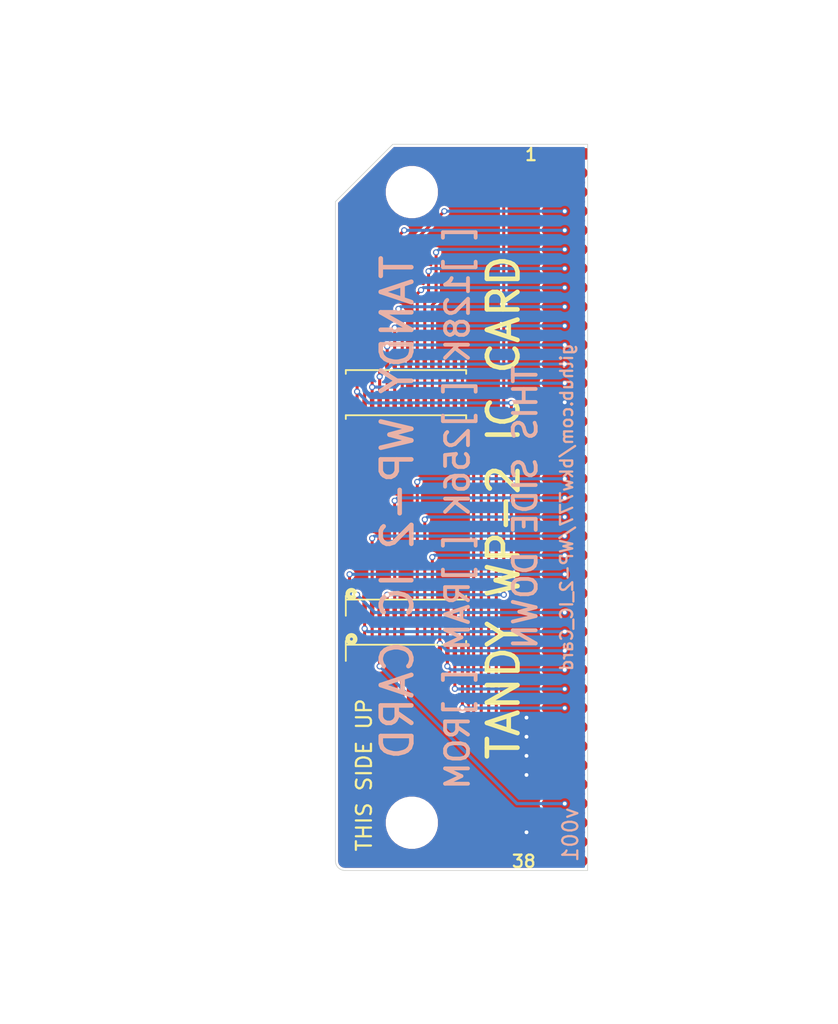
<source format=kicad_pcb>
(kicad_pcb (version 20171130) (host pcbnew 5.1.6-c6e7f7d~87~ubuntu20.04.1)

  (general
    (thickness 0.8)
    (drawings 39)
    (tracks 190)
    (zones 0)
    (modules 6)
    (nets 33)
  )

  (page USLetter)
  (title_block
    (title "WP-2 128K RAM IC-Card")
    (date 2020-09-26)
    (company "Brian K. White - b.kenyon.w@gmail.com")
  )

  (layers
    (0 F.Cu signal)
    (31 B.Cu signal)
    (32 B.Adhes user)
    (33 F.Adhes user)
    (34 B.Paste user)
    (35 F.Paste user)
    (36 B.SilkS user)
    (37 F.SilkS user)
    (38 B.Mask user)
    (39 F.Mask user)
    (40 Dwgs.User user)
    (41 Cmts.User user)
    (42 Eco1.User user)
    (43 Eco2.User user)
    (44 Edge.Cuts user)
    (45 Margin user)
    (46 B.CrtYd user hide)
    (47 F.CrtYd user hide)
    (48 B.Fab user hide)
    (49 F.Fab user hide)
  )

  (setup
    (last_trace_width 0.254)
    (user_trace_width 0.1524)
    (user_trace_width 0.1778)
    (user_trace_width 0.2032)
    (user_trace_width 0.3048)
    (user_trace_width 0.508)
    (trace_clearance 0.1524)
    (zone_clearance 0.508)
    (zone_45_only no)
    (trace_min 0.1524)
    (via_size 0.4064)
    (via_drill 0.254)
    (via_min_size 0.4064)
    (via_min_drill 0.254)
    (uvia_size 0.4064)
    (uvia_drill 0.254)
    (uvias_allowed no)
    (uvia_min_size 0.4064)
    (uvia_min_drill 0.254)
    (edge_width 0.05)
    (segment_width 0.2)
    (pcb_text_width 0.3)
    (pcb_text_size 1.5 1.5)
    (mod_edge_width 0.12)
    (mod_text_size 1 1)
    (mod_text_width 0.15)
    (pad_size 0.3 1)
    (pad_drill 0)
    (pad_to_mask_clearance 0)
    (aux_axis_origin 0 0)
    (grid_origin 158.75 99.695)
    (visible_elements FFFFFF7F)
    (pcbplotparams
      (layerselection 0x010f0_ffffffff)
      (usegerberextensions false)
      (usegerberattributes true)
      (usegerberadvancedattributes true)
      (creategerberjobfile true)
      (excludeedgelayer true)
      (linewidth 0.100000)
      (plotframeref false)
      (viasonmask false)
      (mode 1)
      (useauxorigin false)
      (hpglpennumber 1)
      (hpglpenspeed 20)
      (hpglpendiameter 15.000000)
      (psnegative false)
      (psa4output false)
      (plotreference true)
      (plotvalue true)
      (plotinvisibletext false)
      (padsonsilk false)
      (subtractmaskfromsilk false)
      (outputformat 1)
      (mirror false)
      (drillshape 0)
      (scaleselection 1)
      (outputdirectory "GERBER"))
  )

  (net 0 "")
  (net 1 GND)
  (net 2 /CE2)
  (net 3 /~CE1)
  (net 4 /~OE)
  (net 5 /D0)
  (net 6 /D1)
  (net 7 /D2)
  (net 8 /D3)
  (net 9 /D4)
  (net 10 /D5)
  (net 11 /D6)
  (net 12 /D7)
  (net 13 /A16)
  (net 14 /A15)
  (net 15 /A14)
  (net 16 /A13)
  (net 17 /A12)
  (net 18 /A11)
  (net 19 /A10)
  (net 20 /A9)
  (net 21 /A8)
  (net 22 /A7)
  (net 23 /A6)
  (net 24 /A5)
  (net 25 /A4)
  (net 26 /A3)
  (net 27 /A2)
  (net 28 /A1)
  (net 29 /A0)
  (net 30 /R~W)
  (net 31 VDD)
  (net 32 /~DET)

  (net_class Default "This is the default net class."
    (clearance 0.1524)
    (trace_width 0.254)
    (via_dia 0.4064)
    (via_drill 0.254)
    (uvia_dia 0.4064)
    (uvia_drill 0.254)
    (diff_pair_width 0.1524)
    (diff_pair_gap 0.2032)
    (add_net /A0)
    (add_net /A1)
    (add_net /A10)
    (add_net /A11)
    (add_net /A12)
    (add_net /A13)
    (add_net /A14)
    (add_net /A15)
    (add_net /A16)
    (add_net /A2)
    (add_net /A3)
    (add_net /A4)
    (add_net /A5)
    (add_net /A6)
    (add_net /A7)
    (add_net /A8)
    (add_net /A9)
    (add_net /CE2)
    (add_net /D0)
    (add_net /D1)
    (add_net /D2)
    (add_net /D3)
    (add_net /D4)
    (add_net /D5)
    (add_net /D6)
    (add_net /D7)
    (add_net /R~W)
    (add_net /~CE1)
    (add_net /~DET)
    (add_net /~OE)
    (add_net GND)
    (add_net VDD)
  )

  (module 0_LOCAL:Socket_Edge_1x38_1.27m (layer F.Cu) (tedit 5F70F573) (tstamp 5F712CF2)
    (at 155.12 76.2)
    (descr "Through hole straight socket strip, 1x38, 1.27mm pitch, single row")
    (tags "Through hole socket strip THT 1x38 1.27mm single row")
    (path /5F6EF0A3)
    (attr smd)
    (fp_text reference J1 (at -2.8956 4.4196 -90) (layer F.SilkS) hide
      (effects (font (size 1 1) (thickness 0.15)))
    )
    (fp_text value Conn_01x38_Female (at -2.921 23.114 -90) (layer F.Fab)
      (effects (font (size 1 1) (thickness 0.15)))
    )
    (fp_line (start 1.651 -0.635) (end -2.032 -0.635) (layer F.CrtYd) (width 0.05))
    (fp_line (start 1.651 47.625) (end 1.651 -0.635) (layer F.CrtYd) (width 0.05))
    (fp_line (start -2.032 47.625) (end 1.651 47.625) (layer F.CrtYd) (width 0.05))
    (fp_line (start -2.032 -0.635) (end -2.032 47.625) (layer F.CrtYd) (width 0.05))
    (fp_line (start 4.953 -0.762) (end 1.651 -0.762) (layer F.Fab) (width 0.1))
    (fp_line (start 1.651 47.752) (end 1.651 -0.762) (layer F.Fab) (width 0.1))
    (fp_line (start 1.651 47.752) (end 4.953 47.752) (layer F.Fab) (width 0.1))
    (fp_line (start 4.953 -0.762) (end 4.953 47.752) (layer F.Fab) (width 0.1))
    (fp_text user %R (at 0 -1.695) (layer F.Fab)
      (effects (font (size 1 1) (thickness 0.15)))
    )
    (pad 1 smd roundrect (at 0 0) (size 3.048 0.762) (layers F.Cu F.Paste F.Mask) (roundrect_rratio 0.1)
      (net 1 GND))
    (pad 2 smd oval (at 0 1.27) (size 3.048 0.762) (layers F.Cu F.Paste F.Mask)
      (net 32 /~DET))
    (pad 3 smd oval (at 0 2.54) (size 3.048 0.762) (layers F.Cu F.Paste F.Mask)
      (net 2 /CE2))
    (pad 4 smd oval (at 0 3.81) (size 3.048 0.762) (layers F.Cu F.Paste F.Mask)
      (net 3 /~CE1))
    (pad 5 smd oval (at 0 5.08) (size 3.048 0.762) (layers F.Cu F.Paste F.Mask)
      (net 4 /~OE))
    (pad 6 smd oval (at 0 6.35) (size 3.048 0.762) (layers F.Cu F.Paste F.Mask)
      (net 5 /D0))
    (pad 7 smd oval (at 0 7.62) (size 3.048 0.762) (layers F.Cu F.Paste F.Mask)
      (net 6 /D1))
    (pad 8 smd oval (at 0 8.89) (size 3.048 0.762) (layers F.Cu F.Paste F.Mask)
      (net 7 /D2))
    (pad 9 smd oval (at 0 10.16) (size 3.048 0.762) (layers F.Cu F.Paste F.Mask)
      (net 8 /D3))
    (pad 10 smd oval (at 0 11.43) (size 3.048 0.762) (layers F.Cu F.Paste F.Mask)
      (net 9 /D4))
    (pad 11 smd oval (at 0 12.7) (size 3.048 0.762) (layers F.Cu F.Paste F.Mask)
      (net 10 /D5))
    (pad 12 smd oval (at 0 13.97) (size 3.048 0.762) (layers F.Cu F.Paste F.Mask)
      (net 11 /D6))
    (pad 13 smd oval (at 0 15.24) (size 3.048 0.762) (layers F.Cu F.Paste F.Mask)
      (net 12 /D7))
    (pad 14 smd oval (at 0 16.51) (size 3.048 0.762) (layers F.Cu F.Paste F.Mask)
      (net 1 GND))
    (pad 15 smd oval (at 0 17.78) (size 3.048 0.762) (layers F.Cu F.Paste F.Mask))
    (pad 16 smd oval (at 0 19.05) (size 3.048 0.762) (layers F.Cu F.Paste F.Mask))
    (pad 17 smd oval (at 0 20.32) (size 3.048 0.762) (layers F.Cu F.Paste F.Mask))
    (pad 18 smd oval (at 0 21.59) (size 3.048 0.762) (layers F.Cu F.Paste F.Mask)
      (net 13 /A16))
    (pad 19 smd oval (at 0 22.86) (size 3.048 0.762) (layers F.Cu F.Paste F.Mask)
      (net 14 /A15))
    (pad 20 smd oval (at 0 24.13) (size 3.048 0.762) (layers F.Cu F.Paste F.Mask)
      (net 15 /A14))
    (pad 21 smd oval (at 0 25.4) (size 3.048 0.762) (layers F.Cu F.Paste F.Mask)
      (net 16 /A13))
    (pad 22 smd oval (at 0 26.67) (size 3.048 0.762) (layers F.Cu F.Paste F.Mask)
      (net 17 /A12))
    (pad 23 smd oval (at 0 27.94) (size 3.048 0.762) (layers F.Cu F.Paste F.Mask)
      (net 18 /A11))
    (pad 24 smd oval (at 0 29.21) (size 3.048 0.762) (layers F.Cu F.Paste F.Mask)
      (net 19 /A10))
    (pad 25 smd oval (at 0 30.48) (size 3.048 0.762) (layers F.Cu F.Paste F.Mask)
      (net 20 /A9))
    (pad 26 smd oval (at 0 31.75) (size 3.048 0.762) (layers F.Cu F.Paste F.Mask)
      (net 21 /A8))
    (pad 27 smd oval (at 0 33.02) (size 3.048 0.762) (layers F.Cu F.Paste F.Mask)
      (net 22 /A7))
    (pad 28 smd oval (at 0 34.29) (size 3.048 0.762) (layers F.Cu F.Paste F.Mask)
      (net 23 /A6))
    (pad 29 smd oval (at 0 35.56) (size 3.048 0.762) (layers F.Cu F.Paste F.Mask)
      (net 24 /A5))
    (pad 30 smd oval (at 0 36.83) (size 3.048 0.762) (layers F.Cu F.Paste F.Mask)
      (net 25 /A4))
    (pad 31 smd oval (at 0 38.1) (size 3.048 0.762) (layers F.Cu F.Paste F.Mask)
      (net 26 /A3))
    (pad 32 smd oval (at 0 39.37) (size 3.048 0.762) (layers F.Cu F.Paste F.Mask)
      (net 27 /A2))
    (pad 33 smd oval (at 0 40.64) (size 3.048 0.762) (layers F.Cu F.Paste F.Mask)
      (net 28 /A1))
    (pad 34 smd oval (at 0 41.91) (size 3.048 0.762) (layers F.Cu F.Paste F.Mask)
      (net 29 /A0))
    (pad 35 smd oval (at 0 43.18) (size 3.048 0.762) (layers F.Cu F.Paste F.Mask)
      (net 30 /R~W))
    (pad 36 smd oval (at 0 44.45) (size 3.048 0.762) (layers F.Cu F.Paste F.Mask))
    (pad 37 smd oval (at 0 45.72) (size 3.048 0.762) (layers F.Cu F.Paste F.Mask))
    (pad 38 smd oval (at 0 46.99) (size 3.048 0.762) (layers F.Cu F.Paste F.Mask)
      (net 31 VDD))
    (model ${KIPRJMOD}/3d/PinSocket_1x38_P1.27mm_Vertical.step
      (offset (xyz 1.524 0 0.0762))
      (scale (xyz 1 1 1))
      (rotate (xyz 0 -90 0))
    )
  )

  (module 0_LOCAL:Net_Tie_2p_8mil (layer F.Cu) (tedit 5F70D483) (tstamp 5F712C2A)
    (at 155.12 76.835 270)
    (path /5F8923B3)
    (fp_text reference NT1 (at 0 1.016 90) (layer F.SilkS) hide
      (effects (font (size 0.508 0.508) (thickness 0.1016)))
    )
    (fp_text value Net-Tie_2 (at 0 -2 90) (layer F.Fab)
      (effects (font (size 1 1) (thickness 0.01)))
    )
    (fp_line (start -0.2032 0) (end 0.2032 0) (layer F.Cu) (width 0.2032))
    (pad 2 smd circle (at 0.2032 0 270) (size 0.2032 0.2032) (layers F.Cu)
      (net 32 /~DET))
    (pad 1 smd circle (at -0.2032 0 270) (size 0.2032 0.2032) (layers F.Cu)
      (net 1 GND))
  )

  (module 0_LOCAL:TSOP32-20mm (layer F.Cu) (tedit 5F70AFE8) (tstamp 5F712BCE)
    (at 144.57 99.695)
    (descr "Module CMS TSOP 32 pins")
    (tags "CMS TSOP")
    (path /5F718069)
    (attr smd)
    (fp_text reference U1 (at 0.009 8.382 180) (layer F.SilkS) hide
      (effects (font (size 1 1) (thickness 0.15)))
    )
    (fp_text value "SRAM 128Kx8 5v Parallel" (at 0 5) (layer F.Fab)
      (effects (font (size 1 1) (thickness 0.15)))
    )
    (fp_line (start 4 -9.125) (end 4 -8.875) (layer F.SilkS) (width 0.12))
    (fp_line (start -4 -9.125) (end -4 -8.875) (layer F.SilkS) (width 0.12))
    (fp_line (start 4 9.125) (end 4 8.875) (layer F.SilkS) (width 0.12))
    (fp_line (start -4 10.2) (end -4 8.875) (layer F.SilkS) (width 0.12))
    (fp_line (start 4 -9.125) (end -4 -9.125) (layer F.SilkS) (width 0.12))
    (fp_line (start -4 9.125) (end 4 9.125) (layer F.SilkS) (width 0.12))
    (fp_circle (center -3.625 8.75) (end -3.525 8.75) (layer F.SilkS) (width 0.3))
    (fp_text user %R (at 0 0) (layer F.Fab)
      (effects (font (size 1 1) (thickness 0.15)))
    )
    (pad 1 smd roundrect (at -3.75 9.75) (size 0.3 1) (layers F.Cu F.Paste F.Mask) (roundrect_rratio 0.25)
      (net 18 /A11))
    (pad 2 smd roundrect (at -3.25 9.75) (size 0.3 1) (layers F.Cu F.Paste F.Mask) (roundrect_rratio 0.25)
      (net 20 /A9))
    (pad 3 smd roundrect (at -2.75 9.75) (size 0.3 1) (layers F.Cu F.Paste F.Mask) (roundrect_rratio 0.25)
      (net 21 /A8))
    (pad 4 smd roundrect (at -2.25 9.75) (size 0.3 1) (layers F.Cu F.Paste F.Mask) (roundrect_rratio 0.25)
      (net 16 /A13))
    (pad 5 smd roundrect (at -1.75 9.75) (size 0.3 1) (layers F.Cu F.Paste F.Mask) (roundrect_rratio 0.25)
      (net 30 /R~W))
    (pad 6 smd roundrect (at -1.25 9.75) (size 0.3 1) (layers F.Cu F.Paste F.Mask) (roundrect_rratio 0.25)
      (net 2 /CE2))
    (pad 7 smd roundrect (at -0.75 9.75) (size 0.3 1) (layers F.Cu F.Paste F.Mask) (roundrect_rratio 0.25)
      (net 14 /A15))
    (pad 8 smd roundrect (at -0.25 9.75) (size 0.3 1) (layers F.Cu F.Paste F.Mask) (roundrect_rratio 0.25)
      (net 31 VDD))
    (pad 9 smd roundrect (at 0.25 9.75) (size 0.3 1) (layers F.Cu F.Paste F.Mask) (roundrect_rratio 0.25))
    (pad 10 smd roundrect (at 0.75 9.75) (size 0.3 1) (layers F.Cu F.Paste F.Mask) (roundrect_rratio 0.25)
      (net 13 /A16))
    (pad 11 smd roundrect (at 1.25 9.75) (size 0.3 1) (layers F.Cu F.Paste F.Mask) (roundrect_rratio 0.25)
      (net 15 /A14))
    (pad 12 smd roundrect (at 1.75 9.75) (size 0.3 1) (layers F.Cu F.Paste F.Mask) (roundrect_rratio 0.25)
      (net 17 /A12))
    (pad 13 smd roundrect (at 2.25 9.75) (size 0.3 1) (layers F.Cu F.Paste F.Mask) (roundrect_rratio 0.25)
      (net 22 /A7))
    (pad 14 smd roundrect (at 2.75 9.75) (size 0.3 1) (layers F.Cu F.Paste F.Mask) (roundrect_rratio 0.25)
      (net 23 /A6))
    (pad 15 smd roundrect (at 3.25 9.75) (size 0.3 1) (layers F.Cu F.Paste F.Mask) (roundrect_rratio 0.25)
      (net 24 /A5))
    (pad 16 smd roundrect (at 3.75 9.75) (size 0.3 1) (layers F.Cu F.Paste F.Mask) (roundrect_rratio 0.25)
      (net 25 /A4))
    (pad 17 smd roundrect (at 3.75 -9.75) (size 0.3 1) (layers F.Cu F.Paste F.Mask) (roundrect_rratio 0.25)
      (net 26 /A3))
    (pad 18 smd roundrect (at 3.25 -9.75) (size 0.3 1) (layers F.Cu F.Paste F.Mask) (roundrect_rratio 0.25)
      (net 27 /A2))
    (pad 19 smd roundrect (at 2.75 -9.75) (size 0.3 1) (layers F.Cu F.Paste F.Mask) (roundrect_rratio 0.25)
      (net 28 /A1))
    (pad 20 smd roundrect (at 2.25 -9.75) (size 0.3 1) (layers F.Cu F.Paste F.Mask) (roundrect_rratio 0.25)
      (net 29 /A0))
    (pad 21 smd roundrect (at 1.75 -9.75) (size 0.3 1) (layers F.Cu F.Paste F.Mask) (roundrect_rratio 0.25)
      (net 5 /D0))
    (pad 22 smd roundrect (at 1.25 -9.75) (size 0.3 1) (layers F.Cu F.Paste F.Mask) (roundrect_rratio 0.25)
      (net 6 /D1))
    (pad 23 smd roundrect (at 0.75 -9.75) (size 0.3 1) (layers F.Cu F.Paste F.Mask) (roundrect_rratio 0.25)
      (net 7 /D2))
    (pad 24 smd roundrect (at 0.25 -9.75) (size 0.3 1) (layers F.Cu F.Paste F.Mask) (roundrect_rratio 0.25)
      (net 1 GND))
    (pad 25 smd roundrect (at -0.25 -9.75) (size 0.3 1) (layers F.Cu F.Paste F.Mask) (roundrect_rratio 0.25)
      (net 8 /D3))
    (pad 26 smd roundrect (at -0.75 -9.75) (size 0.3 1) (layers F.Cu F.Paste F.Mask) (roundrect_rratio 0.25)
      (net 9 /D4))
    (pad 27 smd roundrect (at -1.25 -9.75) (size 0.3 1) (layers F.Cu F.Paste F.Mask) (roundrect_rratio 0.25)
      (net 10 /D5))
    (pad 28 smd roundrect (at -1.75 -9.75) (size 0.3 1) (layers F.Cu F.Paste F.Mask) (roundrect_rratio 0.25)
      (net 11 /D6))
    (pad 29 smd roundrect (at -2.25 -9.75) (size 0.3 1) (layers F.Cu F.Paste F.Mask) (roundrect_rratio 0.25)
      (net 12 /D7))
    (pad 30 smd roundrect (at -2.75 -9.75) (size 0.3 1) (layers F.Cu F.Paste F.Mask) (roundrect_rratio 0.25)
      (net 3 /~CE1))
    (pad 31 smd roundrect (at -3.25 -9.75) (size 0.3 1) (layers F.Cu F.Paste F.Mask) (roundrect_rratio 0.25)
      (net 19 /A10))
    (pad 32 smd roundrect (at -3.75 -9.75) (size 0.3 1) (layers F.Cu F.Paste F.Mask) (roundrect_rratio 0.25)
      (net 4 /~OE))
    (model ${KIPRJMOD}/3d/TSOP32_8X20.step
      (at (xyz 0 0 0))
      (scale (xyz 1 1 1))
      (rotate (xyz 0 0 -90))
    )
  )

  (module 0_LOCAL:TSOP32-14mm (layer F.Cu) (tedit 5F70AFD9) (tstamp 5F712C60)
    (at 144.57 99.695)
    (descr "Module CMS TSOP 32 pins")
    (tags "CMS TSOP")
    (path /5F906116)
    (attr virtual)
    (fp_text reference U2 (at 0 5.334 180) (layer F.SilkS) hide
      (effects (font (size 1 1) (thickness 0.15)))
    )
    (fp_text value "SRAM 128Kx8 5v Parallel" (at 1.27 0 90) (layer F.Fab)
      (effects (font (size 1 1) (thickness 0.15)))
    )
    (fp_line (start 4 -6.125) (end 4 -5.875) (layer F.SilkS) (width 0.12))
    (fp_line (start -4 -6.125) (end -4 -5.875) (layer F.SilkS) (width 0.12))
    (fp_line (start 4 6.125) (end 4 5.875) (layer F.SilkS) (width 0.12))
    (fp_line (start -4 7.2) (end -4 5.875) (layer F.SilkS) (width 0.12))
    (fp_line (start 4 -6.125) (end -4 -6.125) (layer F.SilkS) (width 0.12))
    (fp_line (start -4 6.125) (end 4 6.125) (layer F.SilkS) (width 0.12))
    (fp_circle (center -3.625 5.75) (end -3.525 5.75) (layer F.SilkS) (width 0.3))
    (pad 1 smd roundrect (at -3.75 6.75) (size 0.3 1) (layers F.Cu F.Paste F.Mask) (roundrect_rratio 0.25)
      (net 18 /A11))
    (pad 2 smd roundrect (at -3.25 6.75) (size 0.3 1) (layers F.Cu F.Paste F.Mask) (roundrect_rratio 0.25)
      (net 20 /A9))
    (pad 3 smd roundrect (at -2.75 6.75) (size 0.3 1) (layers F.Cu F.Paste F.Mask) (roundrect_rratio 0.25)
      (net 21 /A8))
    (pad 4 smd roundrect (at -2.25 6.75) (size 0.3 1) (layers F.Cu F.Paste F.Mask) (roundrect_rratio 0.25)
      (net 16 /A13))
    (pad 5 smd roundrect (at -1.75 6.75) (size 0.3 1) (layers F.Cu F.Paste F.Mask) (roundrect_rratio 0.25)
      (net 30 /R~W))
    (pad 6 smd roundrect (at -1.25 6.75) (size 0.3 1) (layers F.Cu F.Paste F.Mask) (roundrect_rratio 0.25)
      (net 2 /CE2))
    (pad 7 smd roundrect (at -0.75 6.75) (size 0.3 1) (layers F.Cu F.Paste F.Mask) (roundrect_rratio 0.25)
      (net 14 /A15))
    (pad 8 smd roundrect (at -0.25 6.75) (size 0.3 1) (layers F.Cu F.Paste F.Mask) (roundrect_rratio 0.25)
      (net 31 VDD))
    (pad 9 smd roundrect (at 0.25 6.75) (size 0.3 1) (layers F.Cu F.Paste F.Mask) (roundrect_rratio 0.25))
    (pad 10 smd roundrect (at 0.75 6.75) (size 0.3 1) (layers F.Cu F.Paste F.Mask) (roundrect_rratio 0.25)
      (net 13 /A16))
    (pad 11 smd roundrect (at 1.25 6.75) (size 0.3 1) (layers F.Cu F.Paste F.Mask) (roundrect_rratio 0.25)
      (net 15 /A14))
    (pad 12 smd roundrect (at 1.75 6.75) (size 0.3 1) (layers F.Cu F.Paste F.Mask) (roundrect_rratio 0.25)
      (net 17 /A12))
    (pad 13 smd roundrect (at 2.25 6.75) (size 0.3 1) (layers F.Cu F.Paste F.Mask) (roundrect_rratio 0.25)
      (net 22 /A7))
    (pad 14 smd roundrect (at 2.75 6.75) (size 0.3 1) (layers F.Cu F.Paste F.Mask) (roundrect_rratio 0.25)
      (net 23 /A6))
    (pad 15 smd roundrect (at 3.25 6.75) (size 0.3 1) (layers F.Cu F.Paste F.Mask) (roundrect_rratio 0.25)
      (net 24 /A5))
    (pad 16 smd roundrect (at 3.75 6.75) (size 0.3 1) (layers F.Cu F.Paste F.Mask) (roundrect_rratio 0.25)
      (net 25 /A4))
    (pad 17 smd roundrect (at 3.75 -6.75) (size 0.3 1) (layers F.Cu F.Paste F.Mask) (roundrect_rratio 0.25)
      (net 26 /A3))
    (pad 18 smd roundrect (at 3.25 -6.75) (size 0.3 1) (layers F.Cu F.Paste F.Mask) (roundrect_rratio 0.25)
      (net 27 /A2))
    (pad 19 smd roundrect (at 2.75 -6.75) (size 0.3 1) (layers F.Cu F.Paste F.Mask) (roundrect_rratio 0.25)
      (net 28 /A1))
    (pad 20 smd roundrect (at 2.25 -6.75) (size 0.3 1) (layers F.Cu F.Paste F.Mask) (roundrect_rratio 0.25)
      (net 29 /A0))
    (pad 21 smd roundrect (at 1.75 -6.75) (size 0.3 1) (layers F.Cu F.Paste F.Mask) (roundrect_rratio 0.25)
      (net 5 /D0))
    (pad 22 smd roundrect (at 1.25 -6.75) (size 0.3 1) (layers F.Cu F.Paste F.Mask) (roundrect_rratio 0.25)
      (net 6 /D1))
    (pad 23 smd roundrect (at 0.75 -6.75) (size 0.3 1) (layers F.Cu F.Paste F.Mask) (roundrect_rratio 0.25)
      (net 7 /D2))
    (pad 24 smd roundrect (at 0.25 -6.75) (size 0.3 1) (layers F.Cu F.Paste F.Mask) (roundrect_rratio 0.25)
      (net 1 GND))
    (pad 25 smd roundrect (at -0.25 -6.75) (size 0.3 1) (layers F.Cu F.Paste F.Mask) (roundrect_rratio 0.25)
      (net 8 /D3))
    (pad 26 smd roundrect (at -0.75 -6.75) (size 0.3 1) (layers F.Cu F.Paste F.Mask) (roundrect_rratio 0.25)
      (net 9 /D4))
    (pad 27 smd roundrect (at -1.25 -6.75) (size 0.3 1) (layers F.Cu F.Paste F.Mask) (roundrect_rratio 0.25)
      (net 10 /D5))
    (pad 28 smd roundrect (at -1.75 -6.75) (size 0.3 1) (layers F.Cu F.Paste F.Mask) (roundrect_rratio 0.25)
      (net 11 /D6))
    (pad 29 smd roundrect (at -2.25 -6.75) (size 0.3 1) (layers F.Cu F.Paste F.Mask) (roundrect_rratio 0.25)
      (net 12 /D7))
    (pad 30 smd roundrect (at -2.75 -6.75) (size 0.3 1) (layers F.Cu F.Paste F.Mask) (roundrect_rratio 0.25)
      (net 3 /~CE1))
    (pad 31 smd roundrect (at -3.25 -6.75) (size 0.3 1) (layers F.Cu F.Paste F.Mask) (roundrect_rratio 0.25)
      (net 19 /A10))
    (pad 32 smd roundrect (at -3.75 -6.75) (size 0.3 1) (layers F.Cu F.Paste F.Mask) (roundrect_rratio 0.25)
      (net 4 /~OE))
    (model ${KIPRJMOD}/3d/TSOP32_8x14.step
      (at (xyz 0 0 0))
      (scale (xyz 1 1 1))
      (rotate (xyz 0 0 -90))
    )
  )

  (module 0_LOCAL:npth_125 locked (layer F.Cu) (tedit 5F6ED619) (tstamp 5F712CB8)
    (at 144.96 120.65)
    (fp_text reference REF** (at 0 4.445) (layer F.SilkS) hide
      (effects (font (size 4 4) (thickness 0.12)))
    )
    (fp_text value npth_125 (at 0 -2) (layer F.Fab)
      (effects (font (size 4 4) (thickness 0.01)))
    )
    (pad "" np_thru_hole circle (at 0 0) (size 3.175 3.175) (drill 3.175) (layers *.Cu *.Mask))
  )

  (module 0_LOCAL:npth_125 locked (layer F.Cu) (tedit 5F6ED619) (tstamp 5F712D5A)
    (at 144.96 78.74)
    (fp_text reference REF** (at 0 4.445) (layer F.SilkS) hide
      (effects (font (size 4 4) (thickness 0.12)))
    )
    (fp_text value npth_125 (at 0 -2) (layer F.Fab)
      (effects (font (size 4 4) (thickness 0.01)))
    )
    (pad "" np_thru_hole circle (at 0 0) (size 3.175 3.175) (drill 3.175) (layers *.Cu *.Mask))
  )

  (gr_text "[ ]128K [ ]256K [ ]RAM [ ]ROM" (at 148 99.695 -270) (layer B.SilkS) (tstamp 5F7BFCFD)
    (effects (font (size 1.524 1.524) (thickness 0.254)) (justify mirror))
  )
  (gr_text v001 (at 155.5 121.445 -270) (layer B.SilkS)
    (effects (font (size 1 1) (thickness 0.15)) (justify mirror))
  )
  (gr_text "TANDY WP-2 IC CARD" (at 144 99.695 -270) (layer B.SilkS) (tstamp 5F71586A)
    (effects (font (size 2.032 2.032) (thickness 0.3048)) (justify mirror))
  )
  (gr_text "THIS SIDE DOWN" (at 152.5 99.695 -270) (layer B.SilkS) (tstamp 5F712A06)
    (effects (font (size 1.524 1.524) (thickness 0.254)) (justify mirror))
  )
  (gr_text "THIS SIDE UP" (at 141.785 117.475 90) (layer F.SilkS) (tstamp 5F712A09)
    (effects (font (size 1 1) (thickness 0.15)))
  )
  (gr_line (start 156.644 75.565) (end 156.644 123.825) (layer Edge.Cuts) (width 0.05) (tstamp 5F714CE7))
  (gr_line (start 162.7632 76.2) (end 163.0172 75.946) (layer Dwgs.User) (width 0.15) (tstamp 5F7131A0))
  (gr_line (start 162.7632 76.2) (end 163.0172 76.454) (layer Dwgs.User) (width 0.15) (tstamp 5F71319F))
  (gr_line (start 162.7632 76.2) (end 164.6936 76.2) (layer Dwgs.User) (width 0.15) (tstamp 5F71319E))
  (gr_text "Socket header 4.4mm" (at 168.3004 77.597) (layer Dwgs.User) (tstamp 5F713196)
    (effects (font (size 0.6 0.6) (thickness 0.06)))
  )
  (gr_line (start 161.1376 77.597) (end 161.3916 77.343) (layer Dwgs.User) (width 0.15))
  (gr_line (start 161.1376 77.597) (end 163.068 77.597) (layer Dwgs.User) (width 0.15))
  (gr_line (start 161.1376 77.597) (end 161.3916 77.851) (layer Dwgs.User) (width 0.15))
  (gr_line (start 161.0418 75.565) (end 156.6418 75.565) (layer Dwgs.User) (width 0.15) (tstamp 5F71317F))
  (gr_line (start 161.0418 123.825) (end 161.0418 75.565) (layer Dwgs.User) (width 0.15))
  (gr_line (start 156.6418 123.825) (end 161.0418 123.825) (layer Dwgs.User) (width 0.15))
  (gr_line (start 156.6418 75.565) (end 156.6418 123.825) (layer Dwgs.User) (width 0.15))
  (gr_text "Pins 6.0mm" (at 167.5892 76.2) (layer Dwgs.User)
    (effects (font (size 0.6 0.6) (thickness 0.06)))
  )
  (gr_line (start 162.55 76.2) (end 156.85 76.2) (layer Dwgs.User) (width 0.4))
  (gr_line (start 162.6448 75.565) (end 162.641991 123.825) (layer Dwgs.User) (width 0.15) (tstamp 5F713041))
  (gr_text CARD (at 119 99 90) (layer Dwgs.User) (tstamp 5F714189)
    (effects (font (size 1 1) (thickness 0.15)))
  )
  (gr_text WP-2 (at 133 99 90) (layer Dwgs.User)
    (effects (font (size 1 1) (thickness 0.15)))
  )
  (gr_line (start 131.4 66) (end 131.4 134) (layer Dwgs.User) (width 0.05))
  (gr_arc (start 120.6586 123.6952) (end 117.6586 123.6952) (angle -90) (layer Dwgs.User) (width 0.15) (tstamp 5F713C7E))
  (gr_arc (start 120.6586 75.6948) (end 120.6586 72.6948) (angle -90) (layer Dwgs.User) (width 0.15) (tstamp 5F713C66))
  (gr_arc (start 159.6448 123.6952) (end 159.6448 126.6952) (angle -87.52023621) (layer Dwgs.User) (width 0.15) (tstamp 5F713C59))
  (gr_arc (start 159.6448 75.6948) (end 162.6448 75.565) (angle -87.52254777) (layer Dwgs.User) (width 0.15))
  (gr_line (start 139.88 79.375) (end 139.88 123.19) (layer Edge.Cuts) (width 0.05) (tstamp 5F712D63))
  (gr_line (start 143.69 75.565) (end 139.88 79.375) (layer Edge.Cuts) (width 0.05) (tstamp 5F712D66))
  (gr_arc (start 140.515 123.19) (end 139.88 123.19) (angle -90) (layer Edge.Cuts) (width 0.05) (tstamp 5F712A03))
  (gr_text 38 (at 152.4022 123.2154) (layer F.SilkS) (tstamp 5F712A00)
    (effects (font (size 0.8128 0.8128) (thickness 0.1524)))
  )
  (gr_text 1 (at 152.8848 76.2508) (layer F.SilkS) (tstamp 5F7129FD)
    (effects (font (size 0.8128 0.8128) (thickness 0.1524)))
  )
  (gr_text github.com/bkw777/WP-2_IC_Card (at 155.25 99.695 -270) (layer B.SilkS) (tstamp 5F7129FA)
    (effects (font (size 0.8128 0.8128) (thickness 0.1524)) (justify mirror))
  )
  (gr_text "TANDY WP-2 IC CARD" (at 151.056 99.695 -270) (layer F.SilkS) (tstamp 5F7129F7)
    (effects (font (size 2.032 2.032) (thickness 0.3048)))
  )
  (gr_line (start 120.6586 126.6952) (end 159.6448 126.6952) (layer Dwgs.User) (width 0.15) (tstamp 5F6F08D5))
  (gr_line (start 117.6586 75.6948) (end 117.6586 123.6952) (layer Dwgs.User) (width 0.15) (tstamp 5F713C75))
  (gr_line (start 159.6448 72.6948) (end 120.6586 72.6948) (layer Dwgs.User) (width 0.15))
  (gr_line (start 140.515 123.825) (end 156.644 123.825) (layer Edge.Cuts) (width 0.05) (tstamp 5F7129F1))
  (gr_line (start 156.644 75.565) (end 143.69 75.565) (layer Edge.Cuts) (width 0.05) (tstamp 5F7129EE))

  (via (at 155.12 92.71) (size 0.4064) (drill 0.254) (layers F.Cu B.Cu) (net 1) (tstamp 5F712949))
  (via (at 152.58 113.665) (size 0.4064) (drill 0.254) (layers F.Cu B.Cu) (net 1) (tstamp 5F712ABA))
  (segment (start 155.12 76.6318) (end 155.12 76.2) (width 0.2032) (layer F.Cu) (net 1) (tstamp 5F712970))
  (via (at 152.58 121.285) (size 0.4064) (drill 0.254) (layers F.Cu B.Cu) (net 1) (tstamp 5F71294C))
  (via (at 152.58 114.935) (size 0.4064) (drill 0.254) (layers F.Cu B.Cu) (net 1) (tstamp 5F7129EB))
  (via (at 152.58 116.205) (size 0.4064) (drill 0.254) (layers F.Cu B.Cu) (net 1) (tstamp 5F7129F4))
  (via (at 152.58 117.475) (size 0.4064) (drill 0.254) (layers F.Cu B.Cu) (net 1) (tstamp 5F71295B))
  (segment (start 143.32 105.5) (end 143.32 105.5) (width 0.254) (layer F.Cu) (net 2) (tstamp 5F712958))
  (via (at 143.32 105.5) (size 0.4064) (drill 0.254) (layers F.Cu B.Cu) (net 2) (tstamp 5F712955))
  (segment (start 143.32 105.5) (end 151.07 105.5) (width 0.2032) (layer B.Cu) (net 2) (tstamp 5F712952))
  (segment (start 151.07 105.5) (end 151.07 105.5) (width 0.254) (layer B.Cu) (net 2) (tstamp 5F71294F))
  (via (at 151.07 105.5) (size 0.4064) (drill 0.254) (layers F.Cu B.Cu) (net 2) (tstamp 5F7129A6))
  (segment (start 151.07 105.5) (end 151.07 79.5) (width 0.2032) (layer F.Cu) (net 2) (tstamp 5F7129A3))
  (segment (start 151.83 78.74) (end 155.12 78.74) (width 0.2032) (layer F.Cu) (net 2) (tstamp 5F7129A0))
  (segment (start 151.07 79.5) (end 151.83 78.74) (width 0.2032) (layer F.Cu) (net 2) (tstamp 5F71299D))
  (segment (start 143.32 109.445) (end 143.32 105.5) (width 0.2032) (layer F.Cu) (net 2) (tstamp 5F71299A))
  (via (at 155.12 80.01) (size 0.4064) (drill 0.254) (layers F.Cu B.Cu) (net 3) (tstamp 5F712A1E))
  (segment (start 147.119 80.01) (end 155.12 80.01) (width 0.2032) (layer B.Cu) (net 3) (tstamp 5F712A1B))
  (via (at 147.119 80.01) (size 0.4064) (drill 0.254) (layers F.Cu B.Cu) (net 3) (tstamp 5F712A18))
  (segment (start 141.82 85.309) (end 147.119 80.01) (width 0.2032) (layer F.Cu) (net 3) (tstamp 5F712A15))
  (segment (start 141.82 92.945) (end 141.82 85.309) (width 0.2032) (layer F.Cu) (net 3) (tstamp 5F7129E8))
  (via (at 155.12 81.28) (size 0.4064) (drill 0.254) (layers F.Cu B.Cu) (net 4) (tstamp 5F7129E5))
  (segment (start 144.452 81.28) (end 155.12 81.28) (width 0.2032) (layer B.Cu) (net 4) (tstamp 5F7129C1))
  (via (at 144.452 81.28) (size 0.4064) (drill 0.254) (layers F.Cu B.Cu) (net 4) (tstamp 5F7129BE))
  (segment (start 140.82 84.912) (end 144.452 81.28) (width 0.2032) (layer F.Cu) (net 4) (tstamp 5F7129BB))
  (segment (start 140.82 92.945) (end 140.82 84.912) (width 0.2032) (layer F.Cu) (net 4) (tstamp 5F7129CD))
  (via (at 155.12 82.55) (size 0.4064) (drill 0.254) (layers F.Cu B.Cu) (net 5) (tstamp 5F7129E2))
  (segment (start 146.32 92.945) (end 146.32 89.945) (width 0.2032) (layer F.Cu) (net 5) (tstamp 5F7129DF))
  (segment (start 146.32 86.25) (end 146.32 89.945) (width 0.2032) (layer F.Cu) (net 5) (tstamp 5F7129DC))
  (segment (start 146.57 82.75) (end 146.57 86) (width 0.2032) (layer F.Cu) (net 5) (tstamp 5F7129D9))
  (segment (start 146.77 82.55) (end 155.12 82.55) (width 0.2032) (layer B.Cu) (net 5) (tstamp 5F712A12))
  (segment (start 146.57 82.75) (end 146.77 82.55) (width 0.2032) (layer B.Cu) (net 5) (tstamp 5F712A0F))
  (segment (start 146.57 86) (end 146.32 86.25) (width 0.2032) (layer F.Cu) (net 5) (tstamp 5F712A0C))
  (via (at 146.57 82.75) (size 0.4064) (drill 0.254) (layers F.Cu B.Cu) (net 5) (tstamp 5F7129B8))
  (via (at 155.12 83.82) (size 0.4064) (drill 0.254) (layers F.Cu B.Cu) (net 6) (tstamp 5F7129B5))
  (segment (start 146.07 85.75) (end 145.82 86) (width 0.2032) (layer F.Cu) (net 6) (tstamp 5F7129B2))
  (segment (start 146.07 84) (end 146.07 85.75) (width 0.2032) (layer F.Cu) (net 6) (tstamp 5F7129AF))
  (segment (start 145.82 86) (end 145.82 89.945) (width 0.2032) (layer F.Cu) (net 6) (tstamp 5F7129AC))
  (segment (start 146.25 83.82) (end 155.12 83.82) (width 0.2032) (layer B.Cu) (net 6) (tstamp 5F7129A9))
  (segment (start 146.07 84) (end 146.25 83.82) (width 0.2032) (layer B.Cu) (net 6) (tstamp 5F712A2D))
  (via (at 146.07 84) (size 0.4064) (drill 0.254) (layers F.Cu B.Cu) (net 6) (tstamp 5F712A2A))
  (segment (start 145.82 92.945) (end 145.82 89.945) (width 0.2032) (layer F.Cu) (net 6) (tstamp 5F712A27))
  (via (at 155.12 85.09) (size 0.4064) (drill 0.254) (layers F.Cu B.Cu) (net 7) (tstamp 5F712A24))
  (segment (start 145.32 92.945) (end 145.32 89.945) (width 0.2032) (layer F.Cu) (net 7) (tstamp 5F712A21))
  (segment (start 145.32 85.5) (end 145.32 89.945) (width 0.2032) (layer F.Cu) (net 7) (tstamp 5F712A3C))
  (segment (start 145.57 85.25) (end 145.32 85.5) (width 0.2032) (layer F.Cu) (net 7) (tstamp 5F712A39))
  (segment (start 145.73 85.09) (end 155.12 85.09) (width 0.2032) (layer B.Cu) (net 7) (tstamp 5F712A36))
  (segment (start 145.57 85.25) (end 145.73 85.09) (width 0.2032) (layer B.Cu) (net 7) (tstamp 5F712A33))
  (via (at 145.57 85.25) (size 0.4064) (drill 0.254) (layers F.Cu B.Cu) (net 7) (tstamp 5F712A30))
  (via (at 155.12 86.36) (size 0.4064) (drill 0.254) (layers F.Cu B.Cu) (net 8) (tstamp 5F712982))
  (segment (start 144.32 92.945) (end 144.32 89.945) (width 0.2032) (layer F.Cu) (net 8) (tstamp 5F71297F))
  (segment (start 144.32 86.75) (end 144.32 89.945) (width 0.2032) (layer F.Cu) (net 8) (tstamp 5F71297C))
  (segment (start 144.07 86.5) (end 144.32 86.75) (width 0.2032) (layer F.Cu) (net 8) (tstamp 5F712979))
  (segment (start 144.21 86.36) (end 155.12 86.36) (width 0.2032) (layer B.Cu) (net 8) (tstamp 5F712976))
  (segment (start 144.07 86.5) (end 144.21 86.36) (width 0.2032) (layer B.Cu) (net 8) (tstamp 5F712973))
  (via (at 144.07 86.5) (size 0.4064) (drill 0.254) (layers F.Cu B.Cu) (net 8) (tstamp 5F712B7D))
  (via (at 155.12 87.63) (size 0.4064) (drill 0.254) (layers F.Cu B.Cu) (net 9) (tstamp 5F712B7A))
  (segment (start 143.94 87.63) (end 155.12 87.63) (width 0.2032) (layer B.Cu) (net 9) (tstamp 5F712B77))
  (segment (start 143.82 87.75) (end 143.94 87.63) (width 0.2032) (layer B.Cu) (net 9) (tstamp 5F712B74))
  (via (at 143.82 87.75) (size 0.4064) (drill 0.254) (layers F.Cu B.Cu) (net 9) (tstamp 5F712A7E))
  (segment (start 143.82 92.945) (end 143.82 89.945) (width 0.2032) (layer F.Cu) (net 9) (tstamp 5F712A7B))
  (segment (start 143.82 89.945) (end 143.82 87.75) (width 0.2032) (layer F.Cu) (net 9) (tstamp 5F712A78))
  (via (at 155.12 88.9) (size 0.4064) (drill 0.254) (layers F.Cu B.Cu) (net 10) (tstamp 5F712A75))
  (segment (start 143.42 88.9) (end 155.12 88.9) (width 0.2032) (layer B.Cu) (net 10) (tstamp 5F712A72))
  (segment (start 143.32 89) (end 143.42 88.9) (width 0.2032) (layer B.Cu) (net 10) (tstamp 5F712A6F))
  (via (at 143.32 89) (size 0.4064) (drill 0.254) (layers F.Cu B.Cu) (net 10) (tstamp 5F712AFC))
  (segment (start 143.32 89.945) (end 143.32 89) (width 0.2032) (layer F.Cu) (net 10) (tstamp 5F712AF9))
  (segment (start 143.32 89.945) (end 143.32 92.945) (width 0.2032) (layer F.Cu) (net 10) (tstamp 5F712AF6))
  (via (at 155.12 90.17) (size 0.4064) (drill 0.254) (layers F.Cu B.Cu) (net 11) (tstamp 5F712AF3))
  (segment (start 143.65 90.17) (end 155.12 90.17) (width 0.2032) (layer B.Cu) (net 11) (tstamp 5F712AF0))
  (segment (start 142.82 91) (end 143.65 90.17) (width 0.2032) (layer B.Cu) (net 11) (tstamp 5F712A6C))
  (via (at 142.82 91) (size 0.4064) (drill 0.254) (layers F.Cu B.Cu) (net 11) (tstamp 5F712B0B))
  (segment (start 142.82 91) (end 142.82 92.945) (width 0.2032) (layer F.Cu) (net 11) (tstamp 5F712B08))
  (segment (start 142.82 91) (end 142.82 89.945) (width 0.2032) (layer F.Cu) (net 11) (tstamp 5F712B05))
  (via (at 155.12 91.44) (size 0.4064) (drill 0.254) (layers F.Cu B.Cu) (net 12) (tstamp 5F712B02))
  (segment (start 142.32 92.9339) (end 142.3311 92.945) (width 0.254) (layer F.Cu) (net 12) (tstamp 5F712AFF))
  (segment (start 144.13 91.44) (end 155.12 91.44) (width 0.2032) (layer B.Cu) (net 12) (tstamp 5F712B8F))
  (segment (start 143.87 91.7) (end 144.13 91.44) (width 0.2032) (layer B.Cu) (net 12) (tstamp 5F712B8C))
  (segment (start 142.32 91.7) (end 143.87 91.7) (width 0.2032) (layer B.Cu) (net 12) (tstamp 5F712B89))
  (via (at 142.32 91.7) (size 0.4064) (drill 0.254) (layers F.Cu B.Cu) (net 12) (tstamp 5F712B86) (status 1000000))
  (segment (start 142.32 91.7) (end 142.32 92.945) (width 0.2032) (layer F.Cu) (net 12) (tstamp 5F712B83))
  (segment (start 142.32 91.7) (end 142.32 89.945) (width 0.2032) (layer F.Cu) (net 12) (tstamp 5F712B80))
  (segment (start 155.12 97.79) (end 155.12 97.79) (width 0.254) (layer F.Cu) (net 13) (tstamp 5F712BA1))
  (via (at 155.12 97.79) (size 0.4064) (drill 0.254) (layers F.Cu B.Cu) (net 13) (tstamp 5F712B9E))
  (segment (start 155.12 97.79) (end 145.53 97.79) (width 0.2032) (layer B.Cu) (net 13) (tstamp 5F712B9B))
  (segment (start 145.53 97.79) (end 145.32 98) (width 0.2032) (layer B.Cu) (net 13) (tstamp 5F712B98))
  (segment (start 145.32 98) (end 145.32 98) (width 0.254) (layer B.Cu) (net 13) (tstamp 5F712B95))
  (via (at 145.32 98) (size 0.4064) (drill 0.254) (layers F.Cu B.Cu) (net 13) (tstamp 5F712B92))
  (segment (start 145.32 98) (end 145.32 109.445) (width 0.2032) (layer F.Cu) (net 13) (tstamp 5F712A90))
  (via (at 155.12 99.06) (size 0.4064) (drill 0.254) (layers F.Cu B.Cu) (net 14) (tstamp 5F712A8D))
  (segment (start 155.12 99.06) (end 144.01 99.06) (width 0.2032) (layer B.Cu) (net 14) (tstamp 5F712A8A))
  (segment (start 144.01 99.06) (end 143.82 99.25) (width 0.2032) (layer B.Cu) (net 14) (tstamp 5F712A87))
  (segment (start 143.82 99.25) (end 143.82 99.25) (width 0.254) (layer B.Cu) (net 14) (tstamp 5F712A84))
  (via (at 143.82 99.25) (size 0.4064) (drill 0.254) (layers F.Cu B.Cu) (net 14) (tstamp 5F712A81))
  (segment (start 143.82 109.445) (end 143.82 99.25) (width 0.2032) (layer F.Cu) (net 14) (tstamp 5F712ACC))
  (segment (start 155.12 100.33) (end 155.12 100.33) (width 0.254) (layer F.Cu) (net 15) (tstamp 5F712AC9))
  (via (at 155.12 100.33) (size 0.4064) (drill 0.254) (layers F.Cu B.Cu) (net 15) (tstamp 5F712AC6))
  (segment (start 155.12 100.33) (end 145.99 100.33) (width 0.2032) (layer B.Cu) (net 15) (tstamp 5F712AC3))
  (segment (start 145.99 100.33) (end 145.82 100.5) (width 0.2032) (layer B.Cu) (net 15) (tstamp 5F712AC0))
  (segment (start 145.82 100.5) (end 145.82 100.5) (width 0.254) (layer B.Cu) (net 15) (tstamp 5F712ABD))
  (via (at 145.82 100.5) (size 0.4064) (drill 0.254) (layers F.Cu B.Cu) (net 15) (tstamp 5F712AA2))
  (segment (start 145.82 109.445) (end 145.82 100.5) (width 0.2032) (layer F.Cu) (net 15) (tstamp 5F712A9F))
  (via (at 155.12 101.6) (size 0.4064) (drill 0.254) (layers F.Cu B.Cu) (net 16) (tstamp 5F712A9C))
  (segment (start 142.47 101.6) (end 155.12 101.6) (width 0.2032) (layer B.Cu) (net 16) (tstamp 5F712A99))
  (segment (start 142.32 101.75) (end 142.47 101.6) (width 0.2032) (layer B.Cu) (net 16) (tstamp 5F712A96))
  (via (at 142.32 101.75) (size 0.4064) (drill 0.254) (layers F.Cu B.Cu) (net 16) (tstamp 5F712A93))
  (segment (start 142.32 109.445) (end 142.32 101.75) (width 0.2032) (layer F.Cu) (net 16) (tstamp 5F712997))
  (segment (start 155.12 102.87) (end 155.12 102.87) (width 0.254) (layer F.Cu) (net 17) (tstamp 5F712994))
  (via (at 155.12 102.87) (size 0.4064) (drill 0.254) (layers F.Cu B.Cu) (net 17) (tstamp 5F712991))
  (segment (start 155.12 102.87) (end 146.45 102.87) (width 0.2032) (layer B.Cu) (net 17) (tstamp 5F71298E))
  (segment (start 146.45 102.87) (end 146.32 103) (width 0.2032) (layer B.Cu) (net 17) (tstamp 5F71298B))
  (segment (start 146.32 103) (end 146.32 103) (width 0.254) (layer B.Cu) (net 17) (tstamp 5F712988))
  (via (at 146.32 103) (size 0.4064) (drill 0.254) (layers F.Cu B.Cu) (net 17) (tstamp 5F712985))
  (segment (start 146.32 109.445) (end 146.32 103) (width 0.2032) (layer F.Cu) (net 17) (tstamp 5F712AED))
  (via (at 155.12 104.14) (size 0.4064) (drill 0.254) (layers F.Cu B.Cu) (net 18) (tstamp 5F712AEA))
  (segment (start 140.82 104.14) (end 155.12 104.14) (width 0.2032) (layer B.Cu) (net 18) (tstamp 5F712AE7))
  (via (at 140.82 104.14) (size 0.4064) (drill 0.254) (layers F.Cu B.Cu) (net 18) (tstamp 5F712AE4))
  (segment (start 140.82 109.445) (end 140.82 104.14) (width 0.2032) (layer F.Cu) (net 18) (tstamp 5F712AE1))
  (segment (start 151.57 92.75) (end 151.57 92.75) (width 0.254) (layer B.Cu) (net 19) (tstamp 5F712B32))
  (via (at 151.57 92.75) (size 0.4064) (drill 0.254) (layers F.Cu B.Cu) (net 19) (tstamp 5F712B2F))
  (segment (start 151.98 105.41) (end 155.12 105.41) (width 0.2032) (layer F.Cu) (net 19) (tstamp 5F712B2C))
  (segment (start 151.57 105) (end 151.98 105.41) (width 0.2032) (layer F.Cu) (net 19) (tstamp 5F712B29))
  (segment (start 151.57 92.75) (end 151.57 105) (width 0.2032) (layer F.Cu) (net 19) (tstamp 5F712B26))
  (segment (start 142.07 92.75) (end 151.57 92.75) (width 0.2032) (layer B.Cu) (net 19) (tstamp 5F712B23))
  (segment (start 141.32 92) (end 142.07 92.75) (width 0.2032) (layer B.Cu) (net 19) (tstamp 5F712ADE))
  (via (at 141.32 92) (size 0.4064) (drill 0.254) (layers F.Cu B.Cu) (net 19) (tstamp 5F712ADB))
  (segment (start 141.32 92) (end 141.32 89.945) (width 0.2032) (layer F.Cu) (net 19) (tstamp 5F712AD8))
  (segment (start 141.32 92) (end 141.32 92.945) (width 0.2032) (layer F.Cu) (net 19) (tstamp 5F712AD5))
  (via (at 155.12 106.68) (size 0.4064) (drill 0.254) (layers F.Cu B.Cu) (net 20) (tstamp 5F712AD2))
  (segment (start 142.5 106.68) (end 155.12 106.68) (width 0.2032) (layer B.Cu) (net 20) (tstamp 5F712ACF))
  (segment (start 141.32 105.5) (end 142.5 106.68) (width 0.2032) (layer B.Cu) (net 20) (tstamp 5F712B1D))
  (via (at 141.32 105.5) (size 0.4064) (drill 0.254) (layers F.Cu B.Cu) (net 20) (tstamp 5F712B1A))
  (segment (start 141.32 109.445) (end 141.32 105.5) (width 0.2032) (layer F.Cu) (net 20) (tstamp 5F712B17))
  (via (at 155.12 107.95) (size 0.4064) (drill 0.254) (layers F.Cu B.Cu) (net 21) (tstamp 5F712B14))
  (segment (start 141.82 106.4493) (end 141.8243 106.445) (width 0.254) (layer F.Cu) (net 21) (tstamp 5F712B11))
  (segment (start 141.82 109.445) (end 141.82 106.445) (width 0.2032) (layer F.Cu) (net 21) (tstamp 5F712B0E))
  (segment (start 141.82 107.75) (end 142.02 107.95) (width 0.2032) (layer B.Cu) (net 21) (tstamp 5F712B4A))
  (segment (start 142.02 107.95) (end 155.12 107.95) (width 0.2032) (layer B.Cu) (net 21) (tstamp 5F712B47))
  (via (at 141.82 107.75) (size 0.4064) (drill 0.254) (layers F.Cu B.Cu) (net 21) (tstamp 5F712B44))
  (via (at 155.12 109.22) (size 0.4064) (drill 0.254) (layers F.Cu B.Cu) (net 22) (tstamp 5F712B41))
  (segment (start 147.29 109.22) (end 155.12 109.22) (width 0.2032) (layer B.Cu) (net 22) (tstamp 5F712B3E))
  (segment (start 146.82 108.75) (end 147.29 109.22) (width 0.2032) (layer B.Cu) (net 22) (tstamp 5F712B3B))
  (via (at 146.82 108.75) (size 0.4064) (drill 0.254) (layers F.Cu B.Cu) (net 22) (tstamp 5F712B5F))
  (segment (start 146.82 106.445) (end 146.82 109.445) (width 0.2032) (layer F.Cu) (net 22) (tstamp 5F712B5C))
  (via (at 155.12 110.49) (size 0.4064) (drill 0.254) (layers F.Cu B.Cu) (net 23) (tstamp 5F712B59))
  (segment (start 147.32 110.25) (end 147.32 106.445) (width 0.2032) (layer F.Cu) (net 23) (tstamp 5F712B56))
  (segment (start 147.56 110.49) (end 155.12 110.49) (width 0.2032) (layer B.Cu) (net 23) (tstamp 5F712B53))
  (segment (start 147.32 110.25) (end 147.56 110.49) (width 0.2032) (layer B.Cu) (net 23) (tstamp 5F712B50))
  (via (at 147.32 110.25) (size 0.4064) (drill 0.254) (layers F.Cu B.Cu) (net 23) (tstamp 5F712B20))
  (via (at 155.12 111.76) (size 0.4064) (drill 0.254) (layers F.Cu B.Cu) (net 24) (tstamp 5F712B71))
  (segment (start 155.12 111.76) (end 147.83 111.76) (width 0.2032) (layer B.Cu) (net 24) (tstamp 5F712B6E))
  (segment (start 147.83 111.76) (end 147.82 111.75) (width 0.254) (layer B.Cu) (net 24) (tstamp 5F712AA5))
  (segment (start 147.82 111.75) (end 147.82 111.75) (width 0.254) (layer B.Cu) (net 24) (tstamp 5F712A69))
  (via (at 147.82 111.75) (size 0.4064) (drill 0.254) (layers F.Cu B.Cu) (net 24) (tstamp 5F7129D6))
  (segment (start 147.82 111.75) (end 147.82 106.445) (width 0.2032) (layer F.Cu) (net 24) (tstamp 5F7129D3))
  (via (at 155.12 113.03) (size 0.4064) (drill 0.254) (layers F.Cu B.Cu) (net 25) (tstamp 5F7129D0))
  (segment (start 155.12 113.03) (end 148.35 113.03) (width 0.2032) (layer B.Cu) (net 25) (tstamp 5F7129CA))
  (segment (start 148.35 113.03) (end 148.32 113) (width 0.254) (layer B.Cu) (net 25) (tstamp 5F7129C7))
  (segment (start 148.32 113) (end 148.32 113) (width 0.254) (layer B.Cu) (net 25) (tstamp 5F7129C4))
  (via (at 148.32 113) (size 0.4064) (drill 0.254) (layers F.Cu B.Cu) (net 25) (tstamp 5F712B6B))
  (segment (start 148.32 113) (end 148.32 106.445) (width 0.2032) (layer F.Cu) (net 25) (tstamp 5F712B68))
  (segment (start 151.37 114.3) (end 155.12 114.3) (width 0.2032) (layer F.Cu) (net 26) (tstamp 5F712B65))
  (segment (start 150.57 96) (end 150.57 113.5) (width 0.2032) (layer F.Cu) (net 26) (tstamp 5F712B62))
  (segment (start 148.32 93.75) (end 150.57 96) (width 0.2032) (layer F.Cu) (net 26) (tstamp 5F712A66))
  (segment (start 150.57 113.5) (end 151.37 114.3) (width 0.2032) (layer F.Cu) (net 26) (tstamp 5F712A63))
  (segment (start 148.32 93.75) (end 148.32 89.945) (width 0.2032) (layer F.Cu) (net 26) (tstamp 5F712A60))
  (segment (start 151.39 115.57) (end 155.12 115.57) (width 0.2032) (layer F.Cu) (net 27) (tstamp 5F712A5D))
  (segment (start 150.07 114.25) (end 151.39 115.57) (width 0.2032) (layer F.Cu) (net 27) (tstamp 5F712A5A))
  (segment (start 150.07 96.25) (end 150.07 114.25) (width 0.2032) (layer F.Cu) (net 27) (tstamp 5F712A57))
  (segment (start 147.82 94) (end 150.07 96.25) (width 0.2032) (layer F.Cu) (net 27) (tstamp 5F71296D))
  (segment (start 147.82 89.945) (end 147.82 94) (width 0.2032) (layer F.Cu) (net 27) (tstamp 5F71296A))
  (segment (start 149.57 115) (end 151.41 116.84) (width 0.2032) (layer F.Cu) (net 28) (tstamp 5F712967))
  (segment (start 151.41 116.84) (end 155.12 116.84) (width 0.2032) (layer F.Cu) (net 28) (tstamp 5F712964))
  (segment (start 149.57 96.5) (end 149.57 115) (width 0.2032) (layer F.Cu) (net 28) (tstamp 5F712961))
  (segment (start 147.32 94.25) (end 149.57 96.5) (width 0.2032) (layer F.Cu) (net 28) (tstamp 5F71295E))
  (segment (start 147.32 94.25) (end 147.32 89.945) (width 0.2032) (layer F.Cu) (net 28) (tstamp 5F712AB7))
  (segment (start 151.43 118.11) (end 155.12 118.11) (width 0.2032) (layer F.Cu) (net 29) (tstamp 5F712AB4))
  (segment (start 149.07 115.75) (end 151.43 118.11) (width 0.2032) (layer F.Cu) (net 29) (tstamp 5F712AB1))
  (segment (start 149.07 96.75) (end 149.07 115.75) (width 0.2032) (layer F.Cu) (net 29) (tstamp 5F712AAE))
  (segment (start 146.82 94.5) (end 149.07 96.75) (width 0.2032) (layer F.Cu) (net 29) (tstamp 5F712AAB))
  (segment (start 146.82 94.5) (end 146.82 89.945) (width 0.2032) (layer F.Cu) (net 29) (tstamp 5F712AA8))
  (via (at 155.12 119.38) (size 0.4064) (drill 0.254) (layers F.Cu B.Cu) (net 30) (tstamp 5F712A54))
  (segment (start 142.82 106.445) (end 142.82 110.255) (width 0.2032) (layer F.Cu) (net 30) (tstamp 5F712A51))
  (segment (start 151.945 119.38) (end 155.12 119.38) (width 0.2032) (layer B.Cu) (net 30) (tstamp 5F712A4E))
  (segment (start 142.82 110.255) (end 151.945 119.38) (width 0.2032) (layer B.Cu) (net 30) (tstamp 5F712A4B))
  (via (at 142.82 110.255) (size 0.4064) (drill 0.254) (layers F.Cu B.Cu) (net 30) (tstamp 5F712A48))
  (segment (start 144.32 114.5) (end 144.32 106.445) (width 0.3048) (layer F.Cu) (net 31) (tstamp 5F712A45))
  (segment (start 153.01 123.19) (end 144.32 114.5) (width 0.3048) (layer F.Cu) (net 31) (tstamp 5F712A42))
  (segment (start 155.12 123.19) (end 153.01 123.19) (width 0.3048) (layer F.Cu) (net 31) (tstamp 5F712B38))
  (segment (start 155.12 77.0382) (end 155.12 77.47) (width 0.2032) (layer F.Cu) (net 32) (tstamp 5F712B35))

  (zone (net 1) (net_name GND) (layer F.Cu) (tstamp 5F712A3F) (hatch edge 0.508)
    (connect_pads (clearance 0.1524))
    (min_thickness 0.1524)
    (fill yes (arc_segments 32) (thermal_gap 0.1524) (thermal_bridge_width 0.508) (smoothing fillet) (radius 0.0762))
    (polygon
      (pts
        (xy 156.644 123.825) (xy 139.88 123.825) (xy 139.88 75.565) (xy 156.644 75.565)
      )
    )
    (filled_polygon
      (pts
        (xy 153.366294 75.819) (xy 153.3674 75.96505) (xy 153.42455 76.0222) (xy 154.9422 76.0222) (xy 154.9422 76.0022)
        (xy 155.2978 76.0022) (xy 155.2978 76.0222) (xy 155.3178 76.0222) (xy 155.3178 76.360888) (xy 155.228631 76.271719)
        (xy 155.191821 76.308529) (xy 155.184729 76.306378) (xy 155.178549 76.305769) (xy 155.172532 76.304187) (xy 155.146198 76.302583)
        (xy 155.12 76.300003) (xy 155.113822 76.300611) (xy 155.107609 76.300233) (xy 155.081461 76.303799) (xy 155.05527 76.306378)
        (xy 155.04933 76.30818) (xy 155.04801 76.30836) (xy 155.011369 76.271719) (xy 154.905288 76.3778) (xy 153.42455 76.3778)
        (xy 153.3674 76.43495) (xy 153.366294 76.581) (xy 153.370708 76.625813) (xy 153.383779 76.668905) (xy 153.405006 76.708618)
        (xy 153.433573 76.743427) (xy 153.468382 76.771994) (xy 153.508095 76.793221) (xy 153.551187 76.806292) (xy 153.596 76.810706)
        (xy 154.7898 76.809682) (xy 154.7898 76.8604) (xy 153.947059 76.8604) (xy 153.857498 76.869221) (xy 153.742588 76.904079)
        (xy 153.636686 76.960684) (xy 153.543862 77.036862) (xy 153.467684 77.129686) (xy 153.411079 77.235588) (xy 153.376221 77.350498)
        (xy 153.364451 77.47) (xy 153.376221 77.589502) (xy 153.411079 77.704412) (xy 153.467684 77.810314) (xy 153.543862 77.903138)
        (xy 153.636686 77.979316) (xy 153.742588 78.035921) (xy 153.857498 78.070779) (xy 153.947059 78.0796) (xy 156.292941 78.0796)
        (xy 156.382502 78.070779) (xy 156.3904 78.068383) (xy 156.3904 78.141617) (xy 156.382502 78.139221) (xy 156.292941 78.1304)
        (xy 153.947059 78.1304) (xy 153.857498 78.139221) (xy 153.742588 78.174079) (xy 153.636686 78.230684) (xy 153.543862 78.306862)
        (xy 153.467684 78.399686) (xy 153.462278 78.4098) (xy 151.846204 78.4098) (xy 151.829999 78.408204) (xy 151.813794 78.4098)
        (xy 151.813785 78.4098) (xy 151.76527 78.414578) (xy 151.703027 78.43346) (xy 151.645663 78.464121) (xy 151.595384 78.505384)
        (xy 151.58505 78.517976) (xy 150.847982 79.255046) (xy 150.835385 79.265384) (xy 150.825048 79.27798) (xy 150.794121 79.315663)
        (xy 150.769066 79.362541) (xy 150.763461 79.373027) (xy 150.747782 79.424714) (xy 150.744579 79.435271) (xy 150.738203 79.5)
        (xy 150.739801 79.516223) (xy 150.7398 95.702827) (xy 148.6502 93.613228) (xy 148.6502 93.535832) (xy 148.676512 93.486606)
        (xy 148.693851 93.429445) (xy 148.699706 93.37) (xy 148.699706 92.52) (xy 148.693851 92.460555) (xy 148.676512 92.403394)
        (xy 148.6502 92.354168) (xy 148.6502 90.535832) (xy 148.676512 90.486606) (xy 148.693851 90.429445) (xy 148.699706 90.37)
        (xy 148.699706 89.52) (xy 148.693851 89.460555) (xy 148.676512 89.403394) (xy 148.648354 89.350714) (xy 148.61046 89.30454)
        (xy 148.564286 89.266646) (xy 148.511606 89.238488) (xy 148.454445 89.221149) (xy 148.395 89.215294) (xy 148.245 89.215294)
        (xy 148.185555 89.221149) (xy 148.128394 89.238488) (xy 148.075714 89.266646) (xy 148.07 89.271335) (xy 148.064286 89.266646)
        (xy 148.011606 89.238488) (xy 147.954445 89.221149) (xy 147.895 89.215294) (xy 147.745 89.215294) (xy 147.685555 89.221149)
        (xy 147.628394 89.238488) (xy 147.575714 89.266646) (xy 147.57 89.271335) (xy 147.564286 89.266646) (xy 147.511606 89.238488)
        (xy 147.454445 89.221149) (xy 147.395 89.215294) (xy 147.245 89.215294) (xy 147.185555 89.221149) (xy 147.128394 89.238488)
        (xy 147.075714 89.266646) (xy 147.07 89.271335) (xy 147.064286 89.266646) (xy 147.011606 89.238488) (xy 146.954445 89.221149)
        (xy 146.895 89.215294) (xy 146.745 89.215294) (xy 146.685555 89.221149) (xy 146.6502 89.231873) (xy 146.6502 86.386773)
        (xy 146.792023 86.244951) (xy 146.804616 86.234616) (xy 146.845879 86.184337) (xy 146.87654 86.126973) (xy 146.895422 86.06473)
        (xy 146.9002 86.016215) (xy 146.9002 86.016206) (xy 146.901796 86.000001) (xy 146.9002 85.983796) (xy 146.9002 83.030457)
        (xy 146.905401 83.025256) (xy 146.952656 82.954534) (xy 146.985206 82.875951) (xy 147.0018 82.792529) (xy 147.0018 82.707471)
        (xy 146.985206 82.624049) (xy 146.952656 82.545466) (xy 146.905401 82.474744) (xy 146.845256 82.414599) (xy 146.774534 82.367344)
        (xy 146.695951 82.334794) (xy 146.612529 82.3182) (xy 146.527471 82.3182) (xy 146.444049 82.334794) (xy 146.365466 82.367344)
        (xy 146.294744 82.414599) (xy 146.234599 82.474744) (xy 146.187344 82.545466) (xy 146.154794 82.624049) (xy 146.1382 82.707471)
        (xy 146.1382 82.792529) (xy 146.154794 82.875951) (xy 146.187344 82.954534) (xy 146.234599 83.025256) (xy 146.2398 83.030457)
        (xy 146.2398 83.602957) (xy 146.195951 83.584794) (xy 146.112529 83.5682) (xy 146.027471 83.5682) (xy 145.944049 83.584794)
        (xy 145.865466 83.617344) (xy 145.794744 83.664599) (xy 145.734599 83.724744) (xy 145.687344 83.795466) (xy 145.654794 83.874049)
        (xy 145.6382 83.957471) (xy 145.6382 84.042529) (xy 145.654794 84.125951) (xy 145.687344 84.204534) (xy 145.734599 84.275256)
        (xy 145.7398 84.280457) (xy 145.7398 84.852957) (xy 145.695951 84.834794) (xy 145.612529 84.8182) (xy 145.527471 84.8182)
        (xy 145.444049 84.834794) (xy 145.365466 84.867344) (xy 145.294744 84.914599) (xy 145.234599 84.974744) (xy 145.187344 85.045466)
        (xy 145.154794 85.124049) (xy 145.1382 85.207471) (xy 145.1382 85.214828) (xy 145.097986 85.255042) (xy 145.085384 85.265384)
        (xy 145.063107 85.292529) (xy 145.044121 85.315663) (xy 145.039445 85.324412) (xy 145.01346 85.373028) (xy 144.994578 85.435271)
        (xy 144.990959 85.472022) (xy 144.988203 85.5) (xy 144.9898 85.516213) (xy 144.989801 89.217244) (xy 144.97 89.215294)
        (xy 144.95095 89.2164) (xy 144.8938 89.27355) (xy 144.8938 89.7672) (xy 144.940294 89.7672) (xy 144.940294 90.1228)
        (xy 144.8938 90.1228) (xy 144.8938 90.61645) (xy 144.95095 90.6736) (xy 144.97 90.674706) (xy 144.989801 90.672756)
        (xy 144.9898 92.217244) (xy 144.97 92.215294) (xy 144.95095 92.2164) (xy 144.8938 92.27355) (xy 144.8938 92.7672)
        (xy 144.940294 92.7672) (xy 144.940294 93.1228) (xy 144.8938 93.1228) (xy 144.8938 93.61645) (xy 144.95095 93.6736)
        (xy 144.97 93.674706) (xy 145.014813 93.670292) (xy 145.057905 93.657221) (xy 145.097618 93.635994) (xy 145.098306 93.63543)
        (xy 145.128394 93.651512) (xy 145.185555 93.668851) (xy 145.245 93.674706) (xy 145.395 93.674706) (xy 145.454445 93.668851)
        (xy 145.511606 93.651512) (xy 145.564286 93.623354) (xy 145.57 93.618665) (xy 145.575714 93.623354) (xy 145.628394 93.651512)
        (xy 145.685555 93.668851) (xy 145.745 93.674706) (xy 145.895 93.674706) (xy 145.954445 93.668851) (xy 146.011606 93.651512)
        (xy 146.064286 93.623354) (xy 146.07 93.618665) (xy 146.075714 93.623354) (xy 146.128394 93.651512) (xy 146.185555 93.668851)
        (xy 146.245 93.674706) (xy 146.395 93.674706) (xy 146.454445 93.668851) (xy 146.4898 93.658126) (xy 146.4898 94.483787)
        (xy 146.488203 94.5) (xy 146.4898 94.516213) (xy 146.4898 94.516214) (xy 146.494578 94.564729) (xy 146.51346 94.626972)
        (xy 146.513461 94.626973) (xy 146.544121 94.684337) (xy 146.557424 94.700546) (xy 146.585384 94.734616) (xy 146.597987 94.744959)
        (xy 148.7398 96.886773) (xy 148.739801 112.897148) (xy 148.735206 112.874049) (xy 148.702656 112.795466) (xy 148.655401 112.724744)
        (xy 148.6502 112.719543) (xy 148.6502 110.035832) (xy 148.676512 109.986606) (xy 148.693851 109.929445) (xy 148.699706 109.87)
        (xy 148.699706 109.02) (xy 148.693851 108.960555) (xy 148.676512 108.903394) (xy 148.6502 108.854168) (xy 148.6502 107.035832)
        (xy 148.676512 106.986606) (xy 148.693851 106.929445) (xy 148.699706 106.87) (xy 148.699706 106.02) (xy 148.693851 105.960555)
        (xy 148.676512 105.903394) (xy 148.648354 105.850714) (xy 148.61046 105.80454) (xy 148.564286 105.766646) (xy 148.511606 105.738488)
        (xy 148.454445 105.721149) (xy 148.395 105.715294) (xy 148.245 105.715294) (xy 148.185555 105.721149) (xy 148.128394 105.738488)
        (xy 148.075714 105.766646) (xy 148.07 105.771335) (xy 148.064286 105.766646) (xy 148.011606 105.738488) (xy 147.954445 105.721149)
        (xy 147.895 105.715294) (xy 147.745 105.715294) (xy 147.685555 105.721149) (xy 147.628394 105.738488) (xy 147.575714 105.766646)
        (xy 147.57 105.771335) (xy 147.564286 105.766646) (xy 147.511606 105.738488) (xy 147.454445 105.721149) (xy 147.395 105.715294)
        (xy 147.245 105.715294) (xy 147.185555 105.721149) (xy 147.128394 105.738488) (xy 147.075714 105.766646) (xy 147.07 105.771335)
        (xy 147.064286 105.766646) (xy 147.011606 105.738488) (xy 146.954445 105.721149) (xy 146.895 105.715294) (xy 146.745 105.715294)
        (xy 146.685555 105.721149) (xy 146.6502 105.731873) (xy 146.6502 103.280457) (xy 146.655401 103.275256) (xy 146.702656 103.204534)
        (xy 146.735206 103.125951) (xy 146.7518 103.042529) (xy 146.7518 102.957471) (xy 146.735206 102.874049) (xy 146.702656 102.795466)
        (xy 146.655401 102.724744) (xy 146.595256 102.664599) (xy 146.524534 102.617344) (xy 146.445951 102.584794) (xy 146.362529 102.5682)
        (xy 146.277471 102.5682) (xy 146.194049 102.584794) (xy 146.1502 102.602957) (xy 146.1502 100.780457) (xy 146.155401 100.775256)
        (xy 146.202656 100.704534) (xy 146.235206 100.625951) (xy 146.2518 100.542529) (xy 146.2518 100.457471) (xy 146.235206 100.374049)
        (xy 146.202656 100.295466) (xy 146.155401 100.224744) (xy 146.095256 100.164599) (xy 146.024534 100.117344) (xy 145.945951 100.084794)
        (xy 145.862529 100.0682) (xy 145.777471 100.0682) (xy 145.694049 100.084794) (xy 145.6502 100.102957) (xy 145.6502 98.280457)
        (xy 145.655401 98.275256) (xy 145.702656 98.204534) (xy 145.735206 98.125951) (xy 145.7518 98.042529) (xy 145.7518 97.957471)
        (xy 145.735206 97.874049) (xy 145.702656 97.795466) (xy 145.655401 97.724744) (xy 145.595256 97.664599) (xy 145.524534 97.617344)
        (xy 145.445951 97.584794) (xy 145.362529 97.5682) (xy 145.277471 97.5682) (xy 145.194049 97.584794) (xy 145.115466 97.617344)
        (xy 145.044744 97.664599) (xy 144.984599 97.724744) (xy 144.937344 97.795466) (xy 144.904794 97.874049) (xy 144.8882 97.957471)
        (xy 144.8882 98.042529) (xy 144.904794 98.125951) (xy 144.937344 98.204534) (xy 144.984599 98.275256) (xy 144.9898 98.280457)
        (xy 144.989801 105.731874) (xy 144.954445 105.721149) (xy 144.895 105.715294) (xy 144.745 105.715294) (xy 144.685555 105.721149)
        (xy 144.628394 105.738488) (xy 144.575714 105.766646) (xy 144.57 105.771335) (xy 144.564286 105.766646) (xy 144.511606 105.738488)
        (xy 144.454445 105.721149) (xy 144.395 105.715294) (xy 144.245 105.715294) (xy 144.185555 105.721149) (xy 144.1502 105.731873)
        (xy 144.1502 99.530457) (xy 144.155401 99.525256) (xy 144.202656 99.454534) (xy 144.235206 99.375951) (xy 144.2518 99.292529)
        (xy 144.2518 99.207471) (xy 144.235206 99.124049) (xy 144.202656 99.045466) (xy 144.155401 98.974744) (xy 144.095256 98.914599)
        (xy 144.024534 98.867344) (xy 143.945951 98.834794) (xy 143.862529 98.8182) (xy 143.777471 98.8182) (xy 143.694049 98.834794)
        (xy 143.615466 98.867344) (xy 143.544744 98.914599) (xy 143.484599 98.974744) (xy 143.437344 99.045466) (xy 143.404794 99.124049)
        (xy 143.3882 99.207471) (xy 143.3882 99.292529) (xy 143.404794 99.375951) (xy 143.437344 99.454534) (xy 143.484599 99.525256)
        (xy 143.489801 99.530458) (xy 143.4898 105.102957) (xy 143.445951 105.084794) (xy 143.362529 105.0682) (xy 143.277471 105.0682)
        (xy 143.194049 105.084794) (xy 143.115466 105.117344) (xy 143.044744 105.164599) (xy 142.984599 105.224744) (xy 142.937344 105.295466)
        (xy 142.904794 105.374049) (xy 142.8882 105.457471) (xy 142.8882 105.542529) (xy 142.904794 105.625951) (xy 142.937344 105.704534)
        (xy 142.948023 105.720516) (xy 142.895 105.715294) (xy 142.745 105.715294) (xy 142.685555 105.721149) (xy 142.6502 105.731873)
        (xy 142.6502 102.030457) (xy 142.655401 102.025256) (xy 142.702656 101.954534) (xy 142.735206 101.875951) (xy 142.7518 101.792529)
        (xy 142.7518 101.707471) (xy 142.735206 101.624049) (xy 142.702656 101.545466) (xy 142.655401 101.474744) (xy 142.595256 101.414599)
        (xy 142.524534 101.367344) (xy 142.445951 101.334794) (xy 142.362529 101.3182) (xy 142.277471 101.3182) (xy 142.194049 101.334794)
        (xy 142.115466 101.367344) (xy 142.044744 101.414599) (xy 141.984599 101.474744) (xy 141.937344 101.545466) (xy 141.904794 101.624049)
        (xy 141.8882 101.707471) (xy 141.8882 101.792529) (xy 141.904794 101.875951) (xy 141.937344 101.954534) (xy 141.984599 102.025256)
        (xy 141.989801 102.030458) (xy 141.9898 105.731874) (xy 141.954445 105.721149) (xy 141.895 105.715294) (xy 141.745 105.715294)
        (xy 141.691977 105.720516) (xy 141.702656 105.704534) (xy 141.735206 105.625951) (xy 141.7518 105.542529) (xy 141.7518 105.457471)
        (xy 141.735206 105.374049) (xy 141.702656 105.295466) (xy 141.655401 105.224744) (xy 141.595256 105.164599) (xy 141.524534 105.117344)
        (xy 141.445951 105.084794) (xy 141.362529 105.0682) (xy 141.277471 105.0682) (xy 141.194049 105.084794) (xy 141.1502 105.102957)
        (xy 141.1502 104.420457) (xy 141.155401 104.415256) (xy 141.202656 104.344534) (xy 141.235206 104.265951) (xy 141.2518 104.182529)
        (xy 141.2518 104.097471) (xy 141.235206 104.014049) (xy 141.202656 103.935466) (xy 141.155401 103.864744) (xy 141.095256 103.804599)
        (xy 141.024534 103.757344) (xy 140.945951 103.724794) (xy 140.862529 103.7082) (xy 140.777471 103.7082) (xy 140.694049 103.724794)
        (xy 140.615466 103.757344) (xy 140.544744 103.804599) (xy 140.484599 103.864744) (xy 140.437344 103.935466) (xy 140.404794 104.014049)
        (xy 140.3882 104.097471) (xy 140.3882 104.182529) (xy 140.404794 104.265951) (xy 140.437344 104.344534) (xy 140.484599 104.415256)
        (xy 140.489801 104.420458) (xy 140.489801 105.854166) (xy 140.463488 105.903394) (xy 140.446149 105.960555) (xy 140.440294 106.02)
        (xy 140.440294 106.87) (xy 140.446149 106.929445) (xy 140.463488 106.986606) (xy 140.4898 107.035833) (xy 140.4898 108.854167)
        (xy 140.463488 108.903394) (xy 140.446149 108.960555) (xy 140.440294 109.02) (xy 140.440294 109.87) (xy 140.446149 109.929445)
        (xy 140.463488 109.986606) (xy 140.491646 110.039286) (xy 140.52954 110.08546) (xy 140.575714 110.123354) (xy 140.628394 110.151512)
        (xy 140.685555 110.168851) (xy 140.745 110.174706) (xy 140.895 110.174706) (xy 140.954445 110.168851) (xy 141.011606 110.151512)
        (xy 141.064286 110.123354) (xy 141.07 110.118665) (xy 141.075714 110.123354) (xy 141.128394 110.151512) (xy 141.185555 110.168851)
        (xy 141.245 110.174706) (xy 141.395 110.174706) (xy 141.454445 110.168851) (xy 141.511606 110.151512) (xy 141.564286 110.123354)
        (xy 141.57 110.118665) (xy 141.575714 110.123354) (xy 141.628394 110.151512) (xy 141.685555 110.168851) (xy 141.745 110.174706)
        (xy 141.895 110.174706) (xy 141.954445 110.168851) (xy 142.011606 110.151512) (xy 142.064286 110.123354) (xy 142.07 110.118665)
        (xy 142.075714 110.123354) (xy 142.128394 110.151512) (xy 142.185555 110.168851) (xy 142.245 110.174706) (xy 142.395 110.174706)
        (xy 142.395726 110.174634) (xy 142.3882 110.212471) (xy 142.3882 110.297529) (xy 142.404794 110.380951) (xy 142.437344 110.459534)
        (xy 142.484599 110.530256) (xy 142.544744 110.590401) (xy 142.615466 110.637656) (xy 142.694049 110.670206) (xy 142.777471 110.6868)
        (xy 142.862529 110.6868) (xy 142.945951 110.670206) (xy 143.024534 110.637656) (xy 143.095256 110.590401) (xy 143.155401 110.530256)
        (xy 143.202656 110.459534) (xy 143.235206 110.380951) (xy 143.2518 110.297529) (xy 143.2518 110.212471) (xy 143.244274 110.174634)
        (xy 143.245 110.174706) (xy 143.395 110.174706) (xy 143.454445 110.168851) (xy 143.511606 110.151512) (xy 143.564286 110.123354)
        (xy 143.57 110.118665) (xy 143.575714 110.123354) (xy 143.628394 110.151512) (xy 143.685555 110.168851) (xy 143.745 110.174706)
        (xy 143.895 110.174706) (xy 143.939001 110.170372) (xy 143.939 114.48129) (xy 143.937157 114.5) (xy 143.939 114.51871)
        (xy 143.939 114.518712) (xy 143.944513 114.574688) (xy 143.961837 114.631797) (xy 143.966299 114.646507) (xy 144.001678 114.712696)
        (xy 144.017666 114.732177) (xy 144.049289 114.770711) (xy 144.063832 114.782646) (xy 152.727359 123.446174) (xy 152.739289 123.460711)
        (xy 152.761984 123.479336) (xy 152.797303 123.508322) (xy 152.859561 123.5416) (xy 152.863492 123.543701) (xy 152.935311 123.565487)
        (xy 152.991287 123.571) (xy 152.99129 123.571) (xy 152.995351 123.5714) (xy 140.527405 123.5714) (xy 140.441152 123.562943)
        (xy 140.370125 123.541499) (xy 140.304611 123.506665) (xy 140.24711 123.459768) (xy 140.199814 123.402598) (xy 140.164523 123.337328)
        (xy 140.142582 123.266446) (xy 140.1336 123.180995) (xy 140.1336 120.47113) (xy 143.1439 120.47113) (xy 143.1439 120.82887)
        (xy 143.213692 121.179737) (xy 143.350593 121.510246) (xy 143.549343 121.807696) (xy 143.802304 122.060657) (xy 144.099754 122.259407)
        (xy 144.430263 122.396308) (xy 144.78113 122.4661) (xy 145.13887 122.4661) (xy 145.489737 122.396308) (xy 145.820246 122.259407)
        (xy 146.117696 122.060657) (xy 146.370657 121.807696) (xy 146.569407 121.510246) (xy 146.706308 121.179737) (xy 146.7761 120.82887)
        (xy 146.7761 120.47113) (xy 146.706308 120.120263) (xy 146.569407 119.789754) (xy 146.370657 119.492304) (xy 146.117696 119.239343)
        (xy 145.820246 119.040593) (xy 145.489737 118.903692) (xy 145.13887 118.8339) (xy 144.78113 118.8339) (xy 144.430263 118.903692)
        (xy 144.099754 119.040593) (xy 143.802304 119.239343) (xy 143.549343 119.492304) (xy 143.350593 119.789754) (xy 143.213692 120.120263)
        (xy 143.1439 120.47113) (xy 140.1336 120.47113) (xy 140.1336 89.52) (xy 140.440294 89.52) (xy 140.440294 90.37)
        (xy 140.446149 90.429445) (xy 140.463488 90.486606) (xy 140.4898 90.535833) (xy 140.4898 92.354167) (xy 140.463488 92.403394)
        (xy 140.446149 92.460555) (xy 140.440294 92.52) (xy 140.440294 93.37) (xy 140.446149 93.429445) (xy 140.463488 93.486606)
        (xy 140.491646 93.539286) (xy 140.52954 93.58546) (xy 140.575714 93.623354) (xy 140.628394 93.651512) (xy 140.685555 93.668851)
        (xy 140.745 93.674706) (xy 140.895 93.674706) (xy 140.954445 93.668851) (xy 141.011606 93.651512) (xy 141.064286 93.623354)
        (xy 141.07 93.618665) (xy 141.075714 93.623354) (xy 141.128394 93.651512) (xy 141.185555 93.668851) (xy 141.245 93.674706)
        (xy 141.395 93.674706) (xy 141.454445 93.668851) (xy 141.511606 93.651512) (xy 141.564286 93.623354) (xy 141.57 93.618665)
        (xy 141.575714 93.623354) (xy 141.628394 93.651512) (xy 141.685555 93.668851) (xy 141.745 93.674706) (xy 141.895 93.674706)
        (xy 141.954445 93.668851) (xy 142.011606 93.651512) (xy 142.064286 93.623354) (xy 142.07 93.618665) (xy 142.075714 93.623354)
        (xy 142.128394 93.651512) (xy 142.185555 93.668851) (xy 142.245 93.674706) (xy 142.395 93.674706) (xy 142.454445 93.668851)
        (xy 142.511606 93.651512) (xy 142.564286 93.623354) (xy 142.57 93.618665) (xy 142.575714 93.623354) (xy 142.628394 93.651512)
        (xy 142.685555 93.668851) (xy 142.745 93.674706) (xy 142.895 93.674706) (xy 142.954445 93.668851) (xy 143.011606 93.651512)
        (xy 143.064286 93.623354) (xy 143.07 93.618665) (xy 143.075714 93.623354) (xy 143.128394 93.651512) (xy 143.185555 93.668851)
        (xy 143.245 93.674706) (xy 143.395 93.674706) (xy 143.454445 93.668851) (xy 143.511606 93.651512) (xy 143.564286 93.623354)
        (xy 143.57 93.618665) (xy 143.575714 93.623354) (xy 143.628394 93.651512) (xy 143.685555 93.668851) (xy 143.745 93.674706)
        (xy 143.895 93.674706) (xy 143.954445 93.668851) (xy 144.011606 93.651512) (xy 144.064286 93.623354) (xy 144.07 93.618665)
        (xy 144.075714 93.623354) (xy 144.128394 93.651512) (xy 144.185555 93.668851) (xy 144.245 93.674706) (xy 144.395 93.674706)
        (xy 144.454445 93.668851) (xy 144.511606 93.651512) (xy 144.541694 93.63543) (xy 144.542382 93.635994) (xy 144.582095 93.657221)
        (xy 144.625187 93.670292) (xy 144.67 93.674706) (xy 144.68905 93.6736) (xy 144.7462 93.61645) (xy 144.7462 93.1228)
        (xy 144.699706 93.1228) (xy 144.699706 92.7672) (xy 144.7462 92.7672) (xy 144.7462 92.27355) (xy 144.68905 92.2164)
        (xy 144.67 92.215294) (xy 144.6502 92.217244) (xy 144.6502 90.672756) (xy 144.67 90.674706) (xy 144.68905 90.6736)
        (xy 144.7462 90.61645) (xy 144.7462 90.1228) (xy 144.699706 90.1228) (xy 144.699706 89.7672) (xy 144.7462 89.7672)
        (xy 144.7462 89.27355) (xy 144.68905 89.2164) (xy 144.67 89.215294) (xy 144.6502 89.217244) (xy 144.6502 86.766204)
        (xy 144.651796 86.749999) (xy 144.6502 86.733794) (xy 144.6502 86.733785) (xy 144.645422 86.68527) (xy 144.62654 86.623027)
        (xy 144.595879 86.565663) (xy 144.585371 86.552859) (xy 144.564952 86.527978) (xy 144.56495 86.527976) (xy 144.554616 86.515384)
        (xy 144.542024 86.50505) (xy 144.5018 86.464826) (xy 144.5018 86.457471) (xy 144.485206 86.374049) (xy 144.452656 86.295466)
        (xy 144.405401 86.224744) (xy 144.345256 86.164599) (xy 144.274534 86.117344) (xy 144.195951 86.084794) (xy 144.112529 86.0682)
        (xy 144.027471 86.0682) (xy 143.944049 86.084794) (xy 143.865466 86.117344) (xy 143.794744 86.164599) (xy 143.734599 86.224744)
        (xy 143.687344 86.295466) (xy 143.654794 86.374049) (xy 143.6382 86.457471) (xy 143.6382 86.542529) (xy 143.654794 86.625951)
        (xy 143.687344 86.704534) (xy 143.734599 86.775256) (xy 143.794744 86.835401) (xy 143.865466 86.882656) (xy 143.944049 86.915206)
        (xy 143.9898 86.924307) (xy 143.9898 87.352957) (xy 143.945951 87.334794) (xy 143.862529 87.3182) (xy 143.777471 87.3182)
        (xy 143.694049 87.334794) (xy 143.615466 87.367344) (xy 143.544744 87.414599) (xy 143.484599 87.474744) (xy 143.437344 87.545466)
        (xy 143.404794 87.624049) (xy 143.3882 87.707471) (xy 143.3882 87.792529) (xy 143.404794 87.875951) (xy 143.437344 87.954534)
        (xy 143.484599 88.025256) (xy 143.489801 88.030458) (xy 143.489801 88.602957) (xy 143.445951 88.584794) (xy 143.362529 88.5682)
        (xy 143.277471 88.5682) (xy 143.194049 88.584794) (xy 143.115466 88.617344) (xy 143.044744 88.664599) (xy 142.984599 88.724744)
        (xy 142.937344 88.795466) (xy 142.904794 88.874049) (xy 142.8882 88.957471) (xy 142.8882 89.042529) (xy 142.904794 89.125951)
        (xy 142.937344 89.204534) (xy 142.948023 89.220516) (xy 142.895 89.215294) (xy 142.745 89.215294) (xy 142.685555 89.221149)
        (xy 142.628394 89.238488) (xy 142.575714 89.266646) (xy 142.57 89.271335) (xy 142.564286 89.266646) (xy 142.511606 89.238488)
        (xy 142.454445 89.221149) (xy 142.395 89.215294) (xy 142.245 89.215294) (xy 142.185555 89.221149) (xy 142.1502 89.231873)
        (xy 142.1502 85.445772) (xy 147.154173 80.4418) (xy 147.161529 80.4418) (xy 147.244951 80.425206) (xy 147.323534 80.392656)
        (xy 147.394256 80.345401) (xy 147.454401 80.285256) (xy 147.501656 80.214534) (xy 147.534206 80.135951) (xy 147.5508 80.052529)
        (xy 147.5508 79.967471) (xy 147.534206 79.884049) (xy 147.501656 79.805466) (xy 147.454401 79.734744) (xy 147.394256 79.674599)
        (xy 147.323534 79.627344) (xy 147.244951 79.594794) (xy 147.161529 79.5782) (xy 147.076471 79.5782) (xy 146.993049 79.594794)
        (xy 146.914466 79.627344) (xy 146.843744 79.674599) (xy 146.783599 79.734744) (xy 146.736344 79.805466) (xy 146.703794 79.884049)
        (xy 146.6872 79.967471) (xy 146.6872 79.974827) (xy 141.597983 85.064045) (xy 141.585385 85.074384) (xy 141.575048 85.08698)
        (xy 141.544121 85.124663) (xy 141.52085 85.168203) (xy 141.513461 85.182027) (xy 141.494723 85.243797) (xy 141.494579 85.244271)
        (xy 141.488203 85.309) (xy 141.489801 85.325223) (xy 141.4898 89.231874) (xy 141.454445 89.221149) (xy 141.395 89.215294)
        (xy 141.245 89.215294) (xy 141.185555 89.221149) (xy 141.1502 89.231873) (xy 141.1502 85.048772) (xy 144.487173 81.7118)
        (xy 144.494529 81.7118) (xy 144.577951 81.695206) (xy 144.656534 81.662656) (xy 144.727256 81.615401) (xy 144.787401 81.555256)
        (xy 144.834656 81.484534) (xy 144.867206 81.405951) (xy 144.8838 81.322529) (xy 144.8838 81.237471) (xy 144.867206 81.154049)
        (xy 144.834656 81.075466) (xy 144.787401 81.004744) (xy 144.727256 80.944599) (xy 144.656534 80.897344) (xy 144.577951 80.864794)
        (xy 144.494529 80.8482) (xy 144.409471 80.8482) (xy 144.326049 80.864794) (xy 144.247466 80.897344) (xy 144.176744 80.944599)
        (xy 144.116599 81.004744) (xy 144.069344 81.075466) (xy 144.036794 81.154049) (xy 144.0202 81.237471) (xy 144.0202 81.244827)
        (xy 140.597983 84.667045) (xy 140.585385 84.677384) (xy 140.575048 84.68998) (xy 140.544121 84.727663) (xy 140.513461 84.785027)
        (xy 140.494579 84.847271) (xy 140.488203 84.912) (xy 140.489801 84.928223) (xy 140.4898 89.354167) (xy 140.463488 89.403394)
        (xy 140.446149 89.460555) (xy 140.440294 89.52) (xy 140.1336 89.52) (xy 140.1336 79.480044) (xy 141.052514 78.56113)
        (xy 143.1439 78.56113) (xy 143.1439 78.91887) (xy 143.213692 79.269737) (xy 143.350593 79.600246) (xy 143.549343 79.897696)
        (xy 143.802304 80.150657) (xy 144.099754 80.349407) (xy 144.430263 80.486308) (xy 144.78113 80.5561) (xy 145.13887 80.5561)
        (xy 145.489737 80.486308) (xy 145.820246 80.349407) (xy 146.117696 80.150657) (xy 146.370657 79.897696) (xy 146.569407 79.600246)
        (xy 146.706308 79.269737) (xy 146.7761 78.91887) (xy 146.7761 78.56113) (xy 146.706308 78.210263) (xy 146.569407 77.879754)
        (xy 146.370657 77.582304) (xy 146.117696 77.329343) (xy 145.820246 77.130593) (xy 145.489737 76.993692) (xy 145.13887 76.9239)
        (xy 144.78113 76.9239) (xy 144.430263 76.993692) (xy 144.099754 77.130593) (xy 143.802304 77.329343) (xy 143.549343 77.582304)
        (xy 143.350593 77.879754) (xy 143.213692 78.210263) (xy 143.1439 78.56113) (xy 141.052514 78.56113) (xy 143.795045 75.8186)
        (xy 153.366333 75.8186)
      )
    )
    (filled_polygon
      (pts
        (xy 146.575714 110.123354) (xy 146.628394 110.151512) (xy 146.685555 110.168851) (xy 146.745 110.174706) (xy 146.894717 110.174706)
        (xy 146.8882 110.207471) (xy 146.8882 110.292529) (xy 146.904794 110.375951) (xy 146.937344 110.454534) (xy 146.984599 110.525256)
        (xy 147.044744 110.585401) (xy 147.115466 110.632656) (xy 147.194049 110.665206) (xy 147.277471 110.6818) (xy 147.362529 110.6818)
        (xy 147.445951 110.665206) (xy 147.4898 110.647043) (xy 147.4898 111.469543) (xy 147.484599 111.474744) (xy 147.437344 111.545466)
        (xy 147.404794 111.624049) (xy 147.3882 111.707471) (xy 147.3882 111.792529) (xy 147.404794 111.875951) (xy 147.437344 111.954534)
        (xy 147.484599 112.025256) (xy 147.544744 112.085401) (xy 147.615466 112.132656) (xy 147.694049 112.165206) (xy 147.777471 112.1818)
        (xy 147.862529 112.1818) (xy 147.945951 112.165206) (xy 147.9898 112.147043) (xy 147.9898 112.719543) (xy 147.984599 112.724744)
        (xy 147.937344 112.795466) (xy 147.904794 112.874049) (xy 147.8882 112.957471) (xy 147.8882 113.042529) (xy 147.904794 113.125951)
        (xy 147.937344 113.204534) (xy 147.984599 113.275256) (xy 148.044744 113.335401) (xy 148.115466 113.382656) (xy 148.194049 113.415206)
        (xy 148.277471 113.4318) (xy 148.362529 113.4318) (xy 148.445951 113.415206) (xy 148.524534 113.382656) (xy 148.595256 113.335401)
        (xy 148.655401 113.275256) (xy 148.702656 113.204534) (xy 148.735206 113.125951) (xy 148.739801 113.102852) (xy 148.739801 115.733777)
        (xy 148.738203 115.75) (xy 148.743563 115.804412) (xy 148.744579 115.81473) (xy 148.754028 115.845879) (xy 148.763461 115.876973)
        (xy 148.794121 115.934337) (xy 148.818042 115.963484) (xy 148.835385 115.984616) (xy 148.847983 115.994955) (xy 151.185045 118.332018)
        (xy 151.195384 118.344616) (xy 151.221742 118.366247) (xy 151.245662 118.385879) (xy 151.276323 118.402267) (xy 151.303027 118.41654)
        (xy 151.36527 118.435422) (xy 151.413785 118.4402) (xy 151.413786 118.4402) (xy 151.429999 118.441797) (xy 151.446212 118.4402)
        (xy 153.462278 118.4402) (xy 153.467684 118.450314) (xy 153.543862 118.543138) (xy 153.636686 118.619316) (xy 153.742588 118.675921)
        (xy 153.857498 118.710779) (xy 153.947059 118.7196) (xy 156.292941 118.7196) (xy 156.382502 118.710779) (xy 156.390401 118.708383)
        (xy 156.390401 118.781617) (xy 156.382502 118.779221) (xy 156.292941 118.7704) (xy 153.947059 118.7704) (xy 153.857498 118.779221)
        (xy 153.742588 118.814079) (xy 153.636686 118.870684) (xy 153.543862 118.946862) (xy 153.467684 119.039686) (xy 153.411079 119.145588)
        (xy 153.376221 119.260498) (xy 153.364451 119.38) (xy 153.376221 119.499502) (xy 153.411079 119.614412) (xy 153.467684 119.720314)
        (xy 153.543862 119.813138) (xy 153.636686 119.889316) (xy 153.742588 119.945921) (xy 153.857498 119.980779) (xy 153.947059 119.9896)
        (xy 156.292941 119.9896) (xy 156.382502 119.980779) (xy 156.390401 119.978383) (xy 156.390401 120.051617) (xy 156.382502 120.049221)
        (xy 156.292941 120.0404) (xy 153.947059 120.0404) (xy 153.857498 120.049221) (xy 153.742588 120.084079) (xy 153.636686 120.140684)
        (xy 153.543862 120.216862) (xy 153.467684 120.309686) (xy 153.411079 120.415588) (xy 153.376221 120.530498) (xy 153.364451 120.65)
        (xy 153.376221 120.769502) (xy 153.411079 120.884412) (xy 153.467684 120.990314) (xy 153.543862 121.083138) (xy 153.636686 121.159316)
        (xy 153.742588 121.215921) (xy 153.857498 121.250779) (xy 153.947059 121.2596) (xy 156.292941 121.2596) (xy 156.382502 121.250779)
        (xy 156.390401 121.248383) (xy 156.390401 121.321617) (xy 156.382502 121.319221) (xy 156.292941 121.3104) (xy 153.947059 121.3104)
        (xy 153.857498 121.319221) (xy 153.742588 121.354079) (xy 153.636686 121.410684) (xy 153.543862 121.486862) (xy 153.467684 121.579686)
        (xy 153.411079 121.685588) (xy 153.376221 121.800498) (xy 153.364451 121.92) (xy 153.376221 122.039502) (xy 153.411079 122.154412)
        (xy 153.467684 122.260314) (xy 153.543862 122.353138) (xy 153.636686 122.429316) (xy 153.742588 122.485921) (xy 153.857498 122.520779)
        (xy 153.947059 122.5296) (xy 156.292941 122.5296) (xy 156.382502 122.520779) (xy 156.390401 122.518383) (xy 156.390401 122.591617)
        (xy 156.382502 122.589221) (xy 156.292941 122.5804) (xy 153.947059 122.5804) (xy 153.857498 122.589221) (xy 153.742588 122.624079)
        (xy 153.636686 122.680684) (xy 153.543862 122.756862) (xy 153.501074 122.809) (xy 153.167815 122.809) (xy 144.701 114.342186)
        (xy 144.701 110.170372) (xy 144.745 110.174706) (xy 144.895 110.174706) (xy 144.954445 110.168851) (xy 145.011606 110.151512)
        (xy 145.064286 110.123354) (xy 145.07 110.118665) (xy 145.075714 110.123354) (xy 145.128394 110.151512) (xy 145.185555 110.168851)
        (xy 145.245 110.174706) (xy 145.395 110.174706) (xy 145.454445 110.168851) (xy 145.511606 110.151512) (xy 145.564286 110.123354)
        (xy 145.57 110.118665) (xy 145.575714 110.123354) (xy 145.628394 110.151512) (xy 145.685555 110.168851) (xy 145.745 110.174706)
        (xy 145.895 110.174706) (xy 145.954445 110.168851) (xy 146.011606 110.151512) (xy 146.064286 110.123354) (xy 146.07 110.118665)
        (xy 146.075714 110.123354) (xy 146.128394 110.151512) (xy 146.185555 110.168851) (xy 146.245 110.174706) (xy 146.395 110.174706)
        (xy 146.454445 110.168851) (xy 146.511606 110.151512) (xy 146.564286 110.123354) (xy 146.57 110.118665)
      )
    )
    (filled_polygon
      (pts
        (xy 151.165045 117.062018) (xy 151.175384 117.074616) (xy 151.201742 117.096247) (xy 151.225662 117.115879) (xy 151.283026 117.14654)
        (xy 151.297513 117.150935) (xy 151.34527 117.165422) (xy 151.393785 117.1702) (xy 151.393787 117.1702) (xy 151.41 117.171797)
        (xy 151.426213 117.1702) (xy 153.462278 117.1702) (xy 153.467684 117.180314) (xy 153.543862 117.273138) (xy 153.636686 117.349316)
        (xy 153.742588 117.405921) (xy 153.857498 117.440779) (xy 153.947059 117.4496) (xy 156.292941 117.4496) (xy 156.382502 117.440779)
        (xy 156.390401 117.438383) (xy 156.390401 117.511617) (xy 156.382502 117.509221) (xy 156.292941 117.5004) (xy 153.947059 117.5004)
        (xy 153.857498 117.509221) (xy 153.742588 117.544079) (xy 153.636686 117.600684) (xy 153.543862 117.676862) (xy 153.467684 117.769686)
        (xy 153.462278 117.7798) (xy 151.566773 117.7798) (xy 149.4002 115.613228) (xy 149.4002 115.297172)
      )
    )
    (filled_polygon
      (pts
        (xy 151.145045 115.792018) (xy 151.155384 115.804616) (xy 151.181742 115.826247) (xy 151.205662 115.845879) (xy 151.263027 115.87654)
        (xy 151.32527 115.895422) (xy 151.373785 115.9002) (xy 151.373787 115.9002) (xy 151.39 115.901797) (xy 151.406213 115.9002)
        (xy 153.462278 115.9002) (xy 153.467684 115.910314) (xy 153.543862 116.003138) (xy 153.636686 116.079316) (xy 153.742588 116.135921)
        (xy 153.857498 116.170779) (xy 153.947059 116.1796) (xy 156.292941 116.1796) (xy 156.382502 116.170779) (xy 156.390401 116.168383)
        (xy 156.390401 116.241617) (xy 156.382502 116.239221) (xy 156.292941 116.2304) (xy 153.947059 116.2304) (xy 153.857498 116.239221)
        (xy 153.742588 116.274079) (xy 153.636686 116.330684) (xy 153.543862 116.406862) (xy 153.467684 116.499686) (xy 153.462278 116.5098)
        (xy 151.546773 116.5098) (xy 149.9002 114.863228) (xy 149.9002 114.547172)
      )
    )
    (filled_polygon
      (pts
        (xy 151.125045 114.522018) (xy 151.135384 114.534616) (xy 151.185663 114.575879) (xy 151.243027 114.60654) (xy 151.30527 114.625422)
        (xy 151.353785 114.6302) (xy 151.353787 114.6302) (xy 151.37 114.631797) (xy 151.386213 114.6302) (xy 153.462278 114.6302)
        (xy 153.467684 114.640314) (xy 153.543862 114.733138) (xy 153.636686 114.809316) (xy 153.742588 114.865921) (xy 153.857498 114.900779)
        (xy 153.947059 114.9096) (xy 156.292941 114.9096) (xy 156.382502 114.900779) (xy 156.390401 114.898383) (xy 156.390401 114.971617)
        (xy 156.382502 114.969221) (xy 156.292941 114.9604) (xy 153.947059 114.9604) (xy 153.857498 114.969221) (xy 153.742588 115.004079)
        (xy 153.636686 115.060684) (xy 153.543862 115.136862) (xy 153.467684 115.229686) (xy 153.462278 115.2398) (xy 151.526773 115.2398)
        (xy 150.4002 114.113228) (xy 150.4002 113.797172)
      )
    )
    (filled_polygon
      (pts
        (xy 151.735045 105.632018) (xy 151.745384 105.644616) (xy 151.793783 105.684336) (xy 151.795663 105.685879) (xy 151.853027 105.71654)
        (xy 151.91527 105.735422) (xy 151.98 105.741797) (xy 151.996215 105.7402) (xy 153.462278 105.7402) (xy 153.467684 105.750314)
        (xy 153.543862 105.843138) (xy 153.636686 105.919316) (xy 153.742588 105.975921) (xy 153.857498 106.010779) (xy 153.947059 106.0196)
        (xy 156.292941 106.0196) (xy 156.382502 106.010779) (xy 156.390401 106.008383) (xy 156.390401 106.081617) (xy 156.382502 106.079221)
        (xy 156.292941 106.0704) (xy 153.947059 106.0704) (xy 153.857498 106.079221) (xy 153.742588 106.114079) (xy 153.636686 106.170684)
        (xy 153.543862 106.246862) (xy 153.467684 106.339686) (xy 153.411079 106.445588) (xy 153.376221 106.560498) (xy 153.364451 106.68)
        (xy 153.376221 106.799502) (xy 153.411079 106.914412) (xy 153.467684 107.020314) (xy 153.543862 107.113138) (xy 153.636686 107.189316)
        (xy 153.742588 107.245921) (xy 153.857498 107.280779) (xy 153.947059 107.2896) (xy 156.292941 107.2896) (xy 156.382502 107.280779)
        (xy 156.390401 107.278383) (xy 156.390401 107.351617) (xy 156.382502 107.349221) (xy 156.292941 107.3404) (xy 153.947059 107.3404)
        (xy 153.857498 107.349221) (xy 153.742588 107.384079) (xy 153.636686 107.440684) (xy 153.543862 107.516862) (xy 153.467684 107.609686)
        (xy 153.411079 107.715588) (xy 153.376221 107.830498) (xy 153.364451 107.95) (xy 153.376221 108.069502) (xy 153.411079 108.184412)
        (xy 153.467684 108.290314) (xy 153.543862 108.383138) (xy 153.636686 108.459316) (xy 153.742588 108.515921) (xy 153.857498 108.550779)
        (xy 153.947059 108.5596) (xy 156.292941 108.5596) (xy 156.382502 108.550779) (xy 156.390401 108.548383) (xy 156.390401 108.621617)
        (xy 156.382502 108.619221) (xy 156.292941 108.6104) (xy 153.947059 108.6104) (xy 153.857498 108.619221) (xy 153.742588 108.654079)
        (xy 153.636686 108.710684) (xy 153.543862 108.786862) (xy 153.467684 108.879686) (xy 153.411079 108.985588) (xy 153.376221 109.100498)
        (xy 153.364451 109.22) (xy 153.376221 109.339502) (xy 153.411079 109.454412) (xy 153.467684 109.560314) (xy 153.543862 109.653138)
        (xy 153.636686 109.729316) (xy 153.742588 109.785921) (xy 153.857498 109.820779) (xy 153.947059 109.8296) (xy 156.292941 109.8296)
        (xy 156.382502 109.820779) (xy 156.390401 109.818383) (xy 156.390401 109.891617) (xy 156.382502 109.889221) (xy 156.292941 109.8804)
        (xy 153.947059 109.8804) (xy 153.857498 109.889221) (xy 153.742588 109.924079) (xy 153.636686 109.980684) (xy 153.543862 110.056862)
        (xy 153.467684 110.149686) (xy 153.411079 110.255588) (xy 153.376221 110.370498) (xy 153.364451 110.49) (xy 153.376221 110.609502)
        (xy 153.411079 110.724412) (xy 153.467684 110.830314) (xy 153.543862 110.923138) (xy 153.636686 110.999316) (xy 153.742588 111.055921)
        (xy 153.857498 111.090779) (xy 153.947059 111.0996) (xy 156.292941 111.0996) (xy 156.382502 111.090779) (xy 156.390401 111.088383)
        (xy 156.390401 111.161617) (xy 156.382502 111.159221) (xy 156.292941 111.1504) (xy 153.947059 111.1504) (xy 153.857498 111.159221)
        (xy 153.742588 111.194079) (xy 153.636686 111.250684) (xy 153.543862 111.326862) (xy 153.467684 111.419686) (xy 153.411079 111.525588)
        (xy 153.376221 111.640498) (xy 153.364451 111.76) (xy 153.376221 111.879502) (xy 153.411079 111.994412) (xy 153.467684 112.100314)
        (xy 153.543862 112.193138) (xy 153.636686 112.269316) (xy 153.742588 112.325921) (xy 153.857498 112.360779) (xy 153.947059 112.3696)
        (xy 156.292941 112.3696) (xy 156.382502 112.360779) (xy 156.390401 112.358383) (xy 156.390401 112.431617) (xy 156.382502 112.429221)
        (xy 156.292941 112.4204) (xy 153.947059 112.4204) (xy 153.857498 112.429221) (xy 153.742588 112.464079) (xy 153.636686 112.520684)
        (xy 153.543862 112.596862) (xy 153.467684 112.689686) (xy 153.411079 112.795588) (xy 153.376221 112.910498) (xy 153.364451 113.03)
        (xy 153.376221 113.149502) (xy 153.411079 113.264412) (xy 153.467684 113.370314) (xy 153.543862 113.463138) (xy 153.636686 113.539316)
        (xy 153.742588 113.595921) (xy 153.857498 113.630779) (xy 153.947059 113.6396) (xy 156.292941 113.6396) (xy 156.382502 113.630779)
        (xy 156.390401 113.628383) (xy 156.390401 113.701617) (xy 156.382502 113.699221) (xy 156.292941 113.6904) (xy 153.947059 113.6904)
        (xy 153.857498 113.699221) (xy 153.742588 113.734079) (xy 153.636686 113.790684) (xy 153.543862 113.866862) (xy 153.467684 113.959686)
        (xy 153.462278 113.9698) (xy 151.506773 113.9698) (xy 150.9002 113.363228) (xy 150.9002 105.897043) (xy 150.944049 105.915206)
        (xy 151.027471 105.9318) (xy 151.112529 105.9318) (xy 151.195951 105.915206) (xy 151.274534 105.882656) (xy 151.345256 105.835401)
        (xy 151.405401 105.775256) (xy 151.452656 105.704534) (xy 151.485206 105.625951) (xy 151.5018 105.542529) (xy 151.5018 105.457471)
        (xy 151.487225 105.384197)
      )
    )
    (filled_polygon
      (pts
        (xy 153.467684 79.080314) (xy 153.543862 79.173138) (xy 153.636686 79.249316) (xy 153.742588 79.305921) (xy 153.857498 79.340779)
        (xy 153.947059 79.3496) (xy 156.292941 79.3496) (xy 156.382502 79.340779) (xy 156.3904 79.338383) (xy 156.3904 79.411617)
        (xy 156.382502 79.409221) (xy 156.292941 79.4004) (xy 153.947059 79.4004) (xy 153.857498 79.409221) (xy 153.742588 79.444079)
        (xy 153.636686 79.500684) (xy 153.543862 79.576862) (xy 153.467684 79.669686) (xy 153.411079 79.775588) (xy 153.376221 79.890498)
        (xy 153.364451 80.01) (xy 153.376221 80.129502) (xy 153.411079 80.244412) (xy 153.467684 80.350314) (xy 153.543862 80.443138)
        (xy 153.636686 80.519316) (xy 153.742588 80.575921) (xy 153.857498 80.610779) (xy 153.947059 80.6196) (xy 156.292941 80.6196)
        (xy 156.382502 80.610779) (xy 156.3904 80.608383) (xy 156.3904 80.681617) (xy 156.382502 80.679221) (xy 156.292941 80.6704)
        (xy 153.947059 80.6704) (xy 153.857498 80.679221) (xy 153.742588 80.714079) (xy 153.636686 80.770684) (xy 153.543862 80.846862)
        (xy 153.467684 80.939686) (xy 153.411079 81.045588) (xy 153.376221 81.160498) (xy 153.364451 81.28) (xy 153.376221 81.399502)
        (xy 153.411079 81.514412) (xy 153.467684 81.620314) (xy 153.543862 81.713138) (xy 153.636686 81.789316) (xy 153.742588 81.845921)
        (xy 153.857498 81.880779) (xy 153.947059 81.8896) (xy 156.292941 81.8896) (xy 156.382502 81.880779) (xy 156.3904 81.878383)
        (xy 156.3904 81.951617) (xy 156.382502 81.949221) (xy 156.292941 81.9404) (xy 153.947059 81.9404) (xy 153.857498 81.949221)
        (xy 153.742588 81.984079) (xy 153.636686 82.040684) (xy 153.543862 82.116862) (xy 153.467684 82.209686) (xy 153.411079 82.315588)
        (xy 153.376221 82.430498) (xy 153.364451 82.55) (xy 153.376221 82.669502) (xy 153.411079 82.784412) (xy 153.467684 82.890314)
        (xy 153.543862 82.983138) (xy 153.636686 83.059316) (xy 153.742588 83.115921) (xy 153.857498 83.150779) (xy 153.947059 83.1596)
        (xy 156.292941 83.1596) (xy 156.382502 83.150779) (xy 156.3904 83.148383) (xy 156.3904 83.221617) (xy 156.382502 83.219221)
        (xy 156.292941 83.2104) (xy 153.947059 83.2104) (xy 153.857498 83.219221) (xy 153.742588 83.254079) (xy 153.636686 83.310684)
        (xy 153.543862 83.386862) (xy 153.467684 83.479686) (xy 153.411079 83.585588) (xy 153.376221 83.700498) (xy 153.364451 83.82)
        (xy 153.376221 83.939502) (xy 153.411079 84.054412) (xy 153.467684 84.160314) (xy 153.543862 84.253138) (xy 153.636686 84.329316)
        (xy 153.742588 84.385921) (xy 153.857498 84.420779) (xy 153.947059 84.4296) (xy 156.292941 84.4296) (xy 156.382502 84.420779)
        (xy 156.3904 84.418383) (xy 156.3904 84.491617) (xy 156.382502 84.489221) (xy 156.292941 84.4804) (xy 153.947059 84.4804)
        (xy 153.857498 84.489221) (xy 153.742588 84.524079) (xy 153.636686 84.580684) (xy 153.543862 84.656862) (xy 153.467684 84.749686)
        (xy 153.411079 84.855588) (xy 153.376221 84.970498) (xy 153.364451 85.09) (xy 153.376221 85.209502) (xy 153.411079 85.324412)
        (xy 153.467684 85.430314) (xy 153.543862 85.523138) (xy 153.636686 85.599316) (xy 153.742588 85.655921) (xy 153.857498 85.690779)
        (xy 153.947059 85.6996) (xy 156.292941 85.6996) (xy 156.382502 85.690779) (xy 156.3904 85.688383) (xy 156.3904 85.761617)
        (xy 156.382502 85.759221) (xy 156.292941 85.7504) (xy 153.947059 85.7504) (xy 153.857498 85.759221) (xy 153.742588 85.794079)
        (xy 153.636686 85.850684) (xy 153.543862 85.926862) (xy 153.467684 86.019686) (xy 153.411079 86.125588) (xy 153.376221 86.240498)
        (xy 153.364451 86.36) (xy 153.376221 86.479502) (xy 153.411079 86.594412) (xy 153.467684 86.700314) (xy 153.543862 86.793138)
        (xy 153.636686 86.869316) (xy 153.742588 86.925921) (xy 153.857498 86.960779) (xy 153.947059 86.9696) (xy 156.292941 86.9696)
        (xy 156.382502 86.960779) (xy 156.3904 86.958383) (xy 156.3904 87.031617) (xy 156.382502 87.029221) (xy 156.292941 87.0204)
        (xy 153.947059 87.0204) (xy 153.857498 87.029221) (xy 153.742588 87.064079) (xy 153.636686 87.120684) (xy 153.543862 87.196862)
        (xy 153.467684 87.289686) (xy 153.411079 87.395588) (xy 153.376221 87.510498) (xy 153.364451 87.63) (xy 153.376221 87.749502)
        (xy 153.411079 87.864412) (xy 153.467684 87.970314) (xy 153.543862 88.063138) (xy 153.636686 88.139316) (xy 153.742588 88.195921)
        (xy 153.857498 88.230779) (xy 153.947059 88.2396) (xy 156.292941 88.2396) (xy 156.382502 88.230779) (xy 156.3904 88.228383)
        (xy 156.3904 88.301617) (xy 156.382502 88.299221) (xy 156.292941 88.2904) (xy 153.947059 88.2904) (xy 153.857498 88.299221)
        (xy 153.742588 88.334079) (xy 153.636686 88.390684) (xy 153.543862 88.466862) (xy 153.467684 88.559686) (xy 153.411079 88.665588)
        (xy 153.376221 88.780498) (xy 153.364451 88.9) (xy 153.376221 89.019502) (xy 153.411079 89.134412) (xy 153.467684 89.240314)
        (xy 153.543862 89.333138) (xy 153.636686 89.409316) (xy 153.742588 89.465921) (xy 153.857498 89.500779) (xy 153.947059 89.5096)
        (xy 156.292941 89.5096) (xy 156.382502 89.500779) (xy 156.3904 89.498383) (xy 156.3904 89.571617) (xy 156.382502 89.569221)
        (xy 156.292941 89.5604) (xy 153.947059 89.5604) (xy 153.857498 89.569221) (xy 153.742588 89.604079) (xy 153.636686 89.660684)
        (xy 153.543862 89.736862) (xy 153.467684 89.829686) (xy 153.411079 89.935588) (xy 153.376221 90.050498) (xy 153.364451 90.17)
        (xy 153.376221 90.289502) (xy 153.411079 90.404412) (xy 153.467684 90.510314) (xy 153.543862 90.603138) (xy 153.636686 90.679316)
        (xy 153.742588 90.735921) (xy 153.857498 90.770779) (xy 153.947059 90.7796) (xy 156.292941 90.7796) (xy 156.382502 90.770779)
        (xy 156.3904 90.768383) (xy 156.3904 90.841617) (xy 156.382502 90.839221) (xy 156.292941 90.8304) (xy 153.947059 90.8304)
        (xy 153.857498 90.839221) (xy 153.742588 90.874079) (xy 153.636686 90.930684) (xy 153.543862 91.006862) (xy 153.467684 91.099686)
        (xy 153.411079 91.205588) (xy 153.376221 91.320498) (xy 153.364451 91.44) (xy 153.376221 91.559502) (xy 153.411079 91.674412)
        (xy 153.467684 91.780314) (xy 153.543862 91.873138) (xy 153.636686 91.949316) (xy 153.742588 92.005921) (xy 153.857498 92.040779)
        (xy 153.947059 92.0496) (xy 156.292941 92.0496) (xy 156.382502 92.040779) (xy 156.3904 92.038383) (xy 156.3904 92.1004)
        (xy 155.2978 92.1004) (xy 155.2978 92.5322) (xy 155.3178 92.5322) (xy 155.3178 92.8878) (xy 155.2978 92.8878)
        (xy 155.2978 93.3196) (xy 156.3904 93.3196) (xy 156.3904 93.381617) (xy 156.382502 93.379221) (xy 156.292941 93.3704)
        (xy 153.947059 93.3704) (xy 153.857498 93.379221) (xy 153.742588 93.414079) (xy 153.636686 93.470684) (xy 153.543862 93.546862)
        (xy 153.467684 93.639686) (xy 153.411079 93.745588) (xy 153.376221 93.860498) (xy 153.364451 93.98) (xy 153.376221 94.099502)
        (xy 153.411079 94.214412) (xy 153.467684 94.320314) (xy 153.543862 94.413138) (xy 153.636686 94.489316) (xy 153.742588 94.545921)
        (xy 153.857498 94.580779) (xy 153.947059 94.5896) (xy 156.292941 94.5896) (xy 156.382502 94.580779) (xy 156.3904 94.578383)
        (xy 156.3904 94.651617) (xy 156.382502 94.649221) (xy 156.292941 94.6404) (xy 153.947059 94.6404) (xy 153.857498 94.649221)
        (xy 153.742588 94.684079) (xy 153.636686 94.740684) (xy 153.543862 94.816862) (xy 153.467684 94.909686) (xy 153.411079 95.015588)
        (xy 153.376221 95.130498) (xy 153.364451 95.25) (xy 153.376221 95.369502) (xy 153.411079 95.484412) (xy 153.467684 95.590314)
        (xy 153.543862 95.683138) (xy 153.636686 95.759316) (xy 153.742588 95.815921) (xy 153.857498 95.850779) (xy 153.947059 95.8596)
        (xy 156.292941 95.8596) (xy 156.382502 95.850779) (xy 156.3904 95.848383) (xy 156.3904 95.921617) (xy 156.382502 95.919221)
        (xy 156.292941 95.9104) (xy 153.947059 95.9104) (xy 153.857498 95.919221) (xy 153.742588 95.954079) (xy 153.636686 96.010684)
        (xy 153.543862 96.086862) (xy 153.467684 96.179686) (xy 153.411079 96.285588) (xy 153.376221 96.400498) (xy 153.364451 96.52)
        (xy 153.376221 96.639502) (xy 153.411079 96.754412) (xy 153.467684 96.860314) (xy 153.543862 96.953138) (xy 153.636686 97.029316)
        (xy 153.742588 97.085921) (xy 153.857498 97.120779) (xy 153.947059 97.1296) (xy 156.292941 97.1296) (xy 156.382502 97.120779)
        (xy 156.3904 97.118383) (xy 156.3904 97.191617) (xy 156.382502 97.189221) (xy 156.292941 97.1804) (xy 153.947059 97.1804)
        (xy 153.857498 97.189221) (xy 153.742588 97.224079) (xy 153.636686 97.280684) (xy 153.543862 97.356862) (xy 153.467684 97.449686)
        (xy 153.411079 97.555588) (xy 153.376221 97.670498) (xy 153.364451 97.79) (xy 153.376221 97.909502) (xy 153.411079 98.024412)
        (xy 153.467684 98.130314) (xy 153.543862 98.223138) (xy 153.636686 98.299316) (xy 153.742588 98.355921) (xy 153.857498 98.390779)
        (xy 153.947059 98.3996) (xy 156.292941 98.3996) (xy 156.382502 98.390779) (xy 156.3904 98.388383) (xy 156.3904 98.461617)
        (xy 156.382502 98.459221) (xy 156.292941 98.4504) (xy 153.947059 98.4504) (xy 153.857498 98.459221) (xy 153.742588 98.494079)
        (xy 153.636686 98.550684) (xy 153.543862 98.626862) (xy 153.467684 98.719686) (xy 153.411079 98.825588) (xy 153.376221 98.940498)
        (xy 153.364451 99.06) (xy 153.376221 99.179502) (xy 153.411079 99.294412) (xy 153.467684 99.400314) (xy 153.543862 99.493138)
        (xy 153.636686 99.569316) (xy 153.742588 99.625921) (xy 153.857498 99.660779) (xy 153.947059 99.6696) (xy 156.292941 99.6696)
        (xy 156.382502 99.660779) (xy 156.3904 99.658383) (xy 156.390401 99.731617) (xy 156.382502 99.729221) (xy 156.292941 99.7204)
        (xy 153.947059 99.7204) (xy 153.857498 99.729221) (xy 153.742588 99.764079) (xy 153.636686 99.820684) (xy 153.543862 99.896862)
        (xy 153.467684 99.989686) (xy 153.411079 100.095588) (xy 153.376221 100.210498) (xy 153.364451 100.33) (xy 153.376221 100.449502)
        (xy 153.411079 100.564412) (xy 153.467684 100.670314) (xy 153.543862 100.763138) (xy 153.636686 100.839316) (xy 153.742588 100.895921)
        (xy 153.857498 100.930779) (xy 153.947059 100.9396) (xy 156.292941 100.9396) (xy 156.382502 100.930779) (xy 156.390401 100.928383)
        (xy 156.390401 101.001617) (xy 156.382502 100.999221) (xy 156.292941 100.9904) (xy 153.947059 100.9904) (xy 153.857498 100.999221)
        (xy 153.742588 101.034079) (xy 153.636686 101.090684) (xy 153.543862 101.166862) (xy 153.467684 101.259686) (xy 153.411079 101.365588)
        (xy 153.376221 101.480498) (xy 153.364451 101.6) (xy 153.376221 101.719502) (xy 153.411079 101.834412) (xy 153.467684 101.940314)
        (xy 153.543862 102.033138) (xy 153.636686 102.109316) (xy 153.742588 102.165921) (xy 153.857498 102.200779) (xy 153.947059 102.2096)
        (xy 156.292941 102.2096) (xy 156.382502 102.200779) (xy 156.390401 102.198383) (xy 156.390401 102.271617) (xy 156.382502 102.269221)
        (xy 156.292941 102.2604) (xy 153.947059 102.2604) (xy 153.857498 102.269221) (xy 153.742588 102.304079) (xy 153.636686 102.360684)
        (xy 153.543862 102.436862) (xy 153.467684 102.529686) (xy 153.411079 102.635588) (xy 153.376221 102.750498) (xy 153.364451 102.87)
        (xy 153.376221 102.989502) (xy 153.411079 103.104412) (xy 153.467684 103.210314) (xy 153.543862 103.303138) (xy 153.636686 103.379316)
        (xy 153.742588 103.435921) (xy 153.857498 103.470779) (xy 153.947059 103.4796) (xy 156.292941 103.4796) (xy 156.382502 103.470779)
        (xy 156.390401 103.468383) (xy 156.390401 103.541617) (xy 156.382502 103.539221) (xy 156.292941 103.5304) (xy 153.947059 103.5304)
        (xy 153.857498 103.539221) (xy 153.742588 103.574079) (xy 153.636686 103.630684) (xy 153.543862 103.706862) (xy 153.467684 103.799686)
        (xy 153.411079 103.905588) (xy 153.376221 104.020498) (xy 153.364451 104.14) (xy 153.376221 104.259502) (xy 153.411079 104.374412)
        (xy 153.467684 104.480314) (xy 153.543862 104.573138) (xy 153.636686 104.649316) (xy 153.742588 104.705921) (xy 153.857498 104.740779)
        (xy 153.947059 104.7496) (xy 156.292941 104.7496) (xy 156.382502 104.740779) (xy 156.390401 104.738383) (xy 156.390401 104.811617)
        (xy 156.382502 104.809221) (xy 156.292941 104.8004) (xy 153.947059 104.8004) (xy 153.857498 104.809221) (xy 153.742588 104.844079)
        (xy 153.636686 104.900684) (xy 153.543862 104.976862) (xy 153.467684 105.069686) (xy 153.462278 105.0798) (xy 152.116773 105.0798)
        (xy 151.9002 104.863228) (xy 151.9002 93.030457) (xy 151.905401 93.025256) (xy 151.93776 92.976827) (xy 153.428898 92.976827)
        (xy 153.490489 93.118084) (xy 153.57945 93.205156) (xy 153.683689 93.2732) (xy 153.7992 93.3196) (xy 154.9422 93.3196)
        (xy 154.9422 92.8878) (xy 153.453943 92.8878) (xy 153.428898 92.976827) (xy 151.93776 92.976827) (xy 151.952656 92.954534)
        (xy 151.985206 92.875951) (xy 152.0018 92.792529) (xy 152.0018 92.707471) (xy 151.985206 92.624049) (xy 151.952656 92.545466)
        (xy 151.905401 92.474744) (xy 151.87383 92.443173) (xy 153.428898 92.443173) (xy 153.453943 92.5322) (xy 154.9422 92.5322)
        (xy 154.9422 92.1004) (xy 153.7992 92.1004) (xy 153.683689 92.1468) (xy 153.57945 92.214844) (xy 153.490489 92.301916)
        (xy 153.428898 92.443173) (xy 151.87383 92.443173) (xy 151.845256 92.414599) (xy 151.774534 92.367344) (xy 151.695951 92.334794)
        (xy 151.612529 92.3182) (xy 151.527471 92.3182) (xy 151.444049 92.334794) (xy 151.4002 92.352957) (xy 151.4002 79.636772)
        (xy 151.966774 79.0702) (xy 153.462278 79.0702)
      )
    )
  )
  (zone (net 1) (net_name GND) (layer B.Cu) (tstamp 5F712B4D) (hatch edge 0.508)
    (connect_pads (clearance 0.1524))
    (min_thickness 0.1524)
    (fill yes (arc_segments 32) (thermal_gap 0.1524) (thermal_bridge_width 0.508) (smoothing chamfer) (radius 0.0762))
    (polygon
      (pts
        (xy 156.644 123.825) (xy 139.88 123.825) (xy 139.88 75.565) (xy 156.644 75.565)
      )
    )
    (filled_polygon
      (pts
        (xy 156.390401 123.5714) (xy 140.527405 123.5714) (xy 140.441152 123.562943) (xy 140.370125 123.541499) (xy 140.304611 123.506665)
        (xy 140.24711 123.459768) (xy 140.199814 123.402598) (xy 140.164523 123.337328) (xy 140.142582 123.266446) (xy 140.1336 123.180995)
        (xy 140.1336 120.47113) (xy 143.1439 120.47113) (xy 143.1439 120.82887) (xy 143.213692 121.179737) (xy 143.350593 121.510246)
        (xy 143.549343 121.807696) (xy 143.802304 122.060657) (xy 144.099754 122.259407) (xy 144.430263 122.396308) (xy 144.78113 122.4661)
        (xy 145.13887 122.4661) (xy 145.489737 122.396308) (xy 145.820246 122.259407) (xy 146.117696 122.060657) (xy 146.370657 121.807696)
        (xy 146.569407 121.510246) (xy 146.706308 121.179737) (xy 146.7761 120.82887) (xy 146.7761 120.47113) (xy 146.706308 120.120263)
        (xy 146.569407 119.789754) (xy 146.370657 119.492304) (xy 146.117696 119.239343) (xy 145.820246 119.040593) (xy 145.489737 118.903692)
        (xy 145.13887 118.8339) (xy 144.78113 118.8339) (xy 144.430263 118.903692) (xy 144.099754 119.040593) (xy 143.802304 119.239343)
        (xy 143.549343 119.492304) (xy 143.350593 119.789754) (xy 143.213692 120.120263) (xy 143.1439 120.47113) (xy 140.1336 120.47113)
        (xy 140.1336 110.212471) (xy 142.3882 110.212471) (xy 142.3882 110.297529) (xy 142.404794 110.380951) (xy 142.437344 110.459534)
        (xy 142.484599 110.530256) (xy 142.544744 110.590401) (xy 142.615466 110.637656) (xy 142.694049 110.670206) (xy 142.777471 110.6868)
        (xy 142.784828 110.6868) (xy 151.700045 119.602018) (xy 151.710384 119.614616) (xy 151.759904 119.655256) (xy 151.760663 119.655879)
        (xy 151.818027 119.68654) (xy 151.88027 119.705422) (xy 151.945 119.711797) (xy 151.961215 119.7102) (xy 154.839543 119.7102)
        (xy 154.844744 119.715401) (xy 154.915466 119.762656) (xy 154.994049 119.795206) (xy 155.077471 119.8118) (xy 155.162529 119.8118)
        (xy 155.245951 119.795206) (xy 155.324534 119.762656) (xy 155.395256 119.715401) (xy 155.455401 119.655256) (xy 155.502656 119.584534)
        (xy 155.535206 119.505951) (xy 155.5518 119.422529) (xy 155.5518 119.337471) (xy 155.535206 119.254049) (xy 155.502656 119.175466)
        (xy 155.455401 119.104744) (xy 155.395256 119.044599) (xy 155.324534 118.997344) (xy 155.245951 118.964794) (xy 155.162529 118.9482)
        (xy 155.077471 118.9482) (xy 154.994049 118.964794) (xy 154.915466 118.997344) (xy 154.844744 119.044599) (xy 154.839543 119.0498)
        (xy 152.081773 119.0498) (xy 145.989444 112.957471) (xy 147.8882 112.957471) (xy 147.8882 113.042529) (xy 147.904794 113.125951)
        (xy 147.937344 113.204534) (xy 147.984599 113.275256) (xy 148.044744 113.335401) (xy 148.115466 113.382656) (xy 148.194049 113.415206)
        (xy 148.277471 113.4318) (xy 148.362529 113.4318) (xy 148.445951 113.415206) (xy 148.524534 113.382656) (xy 148.558142 113.3602)
        (xy 154.839543 113.3602) (xy 154.844744 113.365401) (xy 154.915466 113.412656) (xy 154.994049 113.445206) (xy 155.077471 113.4618)
        (xy 155.162529 113.4618) (xy 155.245951 113.445206) (xy 155.324534 113.412656) (xy 155.395256 113.365401) (xy 155.455401 113.305256)
        (xy 155.502656 113.234534) (xy 155.535206 113.155951) (xy 155.5518 113.072529) (xy 155.5518 112.987471) (xy 155.535206 112.904049)
        (xy 155.502656 112.825466) (xy 155.455401 112.754744) (xy 155.395256 112.694599) (xy 155.324534 112.647344) (xy 155.245951 112.614794)
        (xy 155.162529 112.5982) (xy 155.077471 112.5982) (xy 154.994049 112.614794) (xy 154.915466 112.647344) (xy 154.844744 112.694599)
        (xy 154.839543 112.6998) (xy 148.630457 112.6998) (xy 148.595256 112.664599) (xy 148.524534 112.617344) (xy 148.445951 112.584794)
        (xy 148.362529 112.5682) (xy 148.277471 112.5682) (xy 148.194049 112.584794) (xy 148.115466 112.617344) (xy 148.044744 112.664599)
        (xy 147.984599 112.724744) (xy 147.937344 112.795466) (xy 147.904794 112.874049) (xy 147.8882 112.957471) (xy 145.989444 112.957471)
        (xy 144.739444 111.707471) (xy 147.3882 111.707471) (xy 147.3882 111.792529) (xy 147.404794 111.875951) (xy 147.437344 111.954534)
        (xy 147.484599 112.025256) (xy 147.544744 112.085401) (xy 147.615466 112.132656) (xy 147.694049 112.165206) (xy 147.777471 112.1818)
        (xy 147.862529 112.1818) (xy 147.945951 112.165206) (xy 148.024534 112.132656) (xy 148.088074 112.0902) (xy 154.839543 112.0902)
        (xy 154.844744 112.095401) (xy 154.915466 112.142656) (xy 154.994049 112.175206) (xy 155.077471 112.1918) (xy 155.162529 112.1918)
        (xy 155.245951 112.175206) (xy 155.324534 112.142656) (xy 155.395256 112.095401) (xy 155.455401 112.035256) (xy 155.502656 111.964534)
        (xy 155.535206 111.885951) (xy 155.5518 111.802529) (xy 155.5518 111.717471) (xy 155.535206 111.634049) (xy 155.502656 111.555466)
        (xy 155.455401 111.484744) (xy 155.395256 111.424599) (xy 155.324534 111.377344) (xy 155.245951 111.344794) (xy 155.162529 111.3282)
        (xy 155.077471 111.3282) (xy 154.994049 111.344794) (xy 154.915466 111.377344) (xy 154.844744 111.424599) (xy 154.839543 111.4298)
        (xy 148.110457 111.4298) (xy 148.095256 111.414599) (xy 148.024534 111.367344) (xy 147.945951 111.334794) (xy 147.862529 111.3182)
        (xy 147.777471 111.3182) (xy 147.694049 111.334794) (xy 147.615466 111.367344) (xy 147.544744 111.414599) (xy 147.484599 111.474744)
        (xy 147.437344 111.545466) (xy 147.404794 111.624049) (xy 147.3882 111.707471) (xy 144.739444 111.707471) (xy 143.2518 110.219828)
        (xy 143.2518 110.212471) (xy 143.250806 110.207471) (xy 146.8882 110.207471) (xy 146.8882 110.292529) (xy 146.904794 110.375951)
        (xy 146.937344 110.454534) (xy 146.984599 110.525256) (xy 147.044744 110.585401) (xy 147.115466 110.632656) (xy 147.194049 110.665206)
        (xy 147.277471 110.6818) (xy 147.284826 110.6818) (xy 147.315049 110.712023) (xy 147.325384 110.724616) (xy 147.375663 110.765879)
        (xy 147.433027 110.79654) (xy 147.49527 110.815422) (xy 147.543785 110.8202) (xy 147.543794 110.8202) (xy 147.559999 110.821796)
        (xy 147.576204 110.8202) (xy 154.839543 110.8202) (xy 154.844744 110.825401) (xy 154.915466 110.872656) (xy 154.994049 110.905206)
        (xy 155.077471 110.9218) (xy 155.162529 110.9218) (xy 155.245951 110.905206) (xy 155.324534 110.872656) (xy 155.395256 110.825401)
        (xy 155.455401 110.765256) (xy 155.502656 110.694534) (xy 155.535206 110.615951) (xy 155.5518 110.532529) (xy 155.5518 110.447471)
        (xy 155.535206 110.364049) (xy 155.502656 110.285466) (xy 155.455401 110.214744) (xy 155.395256 110.154599) (xy 155.324534 110.107344)
        (xy 155.245951 110.074794) (xy 155.162529 110.0582) (xy 155.077471 110.0582) (xy 154.994049 110.074794) (xy 154.915466 110.107344)
        (xy 154.844744 110.154599) (xy 154.839543 110.1598) (xy 147.742317 110.1598) (xy 147.735206 110.124049) (xy 147.702656 110.045466)
        (xy 147.655401 109.974744) (xy 147.595256 109.914599) (xy 147.524534 109.867344) (xy 147.445951 109.834794) (xy 147.362529 109.8182)
        (xy 147.277471 109.8182) (xy 147.194049 109.834794) (xy 147.115466 109.867344) (xy 147.044744 109.914599) (xy 146.984599 109.974744)
        (xy 146.937344 110.045466) (xy 146.904794 110.124049) (xy 146.8882 110.207471) (xy 143.250806 110.207471) (xy 143.235206 110.129049)
        (xy 143.202656 110.050466) (xy 143.155401 109.979744) (xy 143.095256 109.919599) (xy 143.024534 109.872344) (xy 142.945951 109.839794)
        (xy 142.862529 109.8232) (xy 142.777471 109.8232) (xy 142.694049 109.839794) (xy 142.615466 109.872344) (xy 142.544744 109.919599)
        (xy 142.484599 109.979744) (xy 142.437344 110.050466) (xy 142.404794 110.129049) (xy 142.3882 110.212471) (xy 140.1336 110.212471)
        (xy 140.1336 108.707471) (xy 146.3882 108.707471) (xy 146.3882 108.792529) (xy 146.404794 108.875951) (xy 146.437344 108.954534)
        (xy 146.484599 109.025256) (xy 146.544744 109.085401) (xy 146.615466 109.132656) (xy 146.694049 109.165206) (xy 146.777471 109.1818)
        (xy 146.784827 109.1818) (xy 147.04505 109.442023) (xy 147.055384 109.454616) (xy 147.105663 109.495879) (xy 147.163027 109.52654)
        (xy 147.22527 109.545422) (xy 147.273785 109.5502) (xy 147.273794 109.5502) (xy 147.289999 109.551796) (xy 147.306204 109.5502)
        (xy 154.839543 109.5502) (xy 154.844744 109.555401) (xy 154.915466 109.602656) (xy 154.994049 109.635206) (xy 155.077471 109.6518)
        (xy 155.162529 109.6518) (xy 155.245951 109.635206) (xy 155.324534 109.602656) (xy 155.395256 109.555401) (xy 155.455401 109.495256)
        (xy 155.502656 109.424534) (xy 155.535206 109.345951) (xy 155.5518 109.262529) (xy 155.5518 109.177471) (xy 155.535206 109.094049)
        (xy 155.502656 109.015466) (xy 155.455401 108.944744) (xy 155.395256 108.884599) (xy 155.324534 108.837344) (xy 155.245951 108.804794)
        (xy 155.162529 108.7882) (xy 155.077471 108.7882) (xy 154.994049 108.804794) (xy 154.915466 108.837344) (xy 154.844744 108.884599)
        (xy 154.839543 108.8898) (xy 147.426774 108.8898) (xy 147.2518 108.714827) (xy 147.2518 108.707471) (xy 147.235206 108.624049)
        (xy 147.202656 108.545466) (xy 147.155401 108.474744) (xy 147.095256 108.414599) (xy 147.024534 108.367344) (xy 146.945951 108.334794)
        (xy 146.862529 108.3182) (xy 146.777471 108.3182) (xy 146.694049 108.334794) (xy 146.615466 108.367344) (xy 146.544744 108.414599)
        (xy 146.484599 108.474744) (xy 146.437344 108.545466) (xy 146.404794 108.624049) (xy 146.3882 108.707471) (xy 140.1336 108.707471)
        (xy 140.1336 107.707471) (xy 141.3882 107.707471) (xy 141.3882 107.792529) (xy 141.404794 107.875951) (xy 141.437344 107.954534)
        (xy 141.484599 108.025256) (xy 141.544744 108.085401) (xy 141.615466 108.132656) (xy 141.694049 108.165206) (xy 141.777471 108.1818)
        (xy 141.783073 108.1818) (xy 141.785384 108.184616) (xy 141.834904 108.225256) (xy 141.835663 108.225879) (xy 141.893027 108.25654)
        (xy 141.95527 108.275422) (xy 142.02 108.281797) (xy 142.036215 108.2802) (xy 154.839543 108.2802) (xy 154.844744 108.285401)
        (xy 154.915466 108.332656) (xy 154.994049 108.365206) (xy 155.077471 108.3818) (xy 155.162529 108.3818) (xy 155.245951 108.365206)
        (xy 155.324534 108.332656) (xy 155.395256 108.285401) (xy 155.455401 108.225256) (xy 155.502656 108.154534) (xy 155.535206 108.075951)
        (xy 155.5518 107.992529) (xy 155.5518 107.907471) (xy 155.535206 107.824049) (xy 155.502656 107.745466) (xy 155.455401 107.674744)
        (xy 155.395256 107.614599) (xy 155.324534 107.567344) (xy 155.245951 107.534794) (xy 155.162529 107.5182) (xy 155.077471 107.5182)
        (xy 154.994049 107.534794) (xy 154.915466 107.567344) (xy 154.844744 107.614599) (xy 154.839543 107.6198) (xy 142.233446 107.6198)
        (xy 142.202656 107.545466) (xy 142.155401 107.474744) (xy 142.095256 107.414599) (xy 142.024534 107.367344) (xy 141.945951 107.334794)
        (xy 141.862529 107.3182) (xy 141.777471 107.3182) (xy 141.694049 107.334794) (xy 141.615466 107.367344) (xy 141.544744 107.414599)
        (xy 141.484599 107.474744) (xy 141.437344 107.545466) (xy 141.404794 107.624049) (xy 141.3882 107.707471) (xy 140.1336 107.707471)
        (xy 140.1336 105.457471) (xy 140.8882 105.457471) (xy 140.8882 105.542529) (xy 140.904794 105.625951) (xy 140.937344 105.704534)
        (xy 140.984599 105.775256) (xy 141.044744 105.835401) (xy 141.115466 105.882656) (xy 141.194049 105.915206) (xy 141.277471 105.9318)
        (xy 141.284828 105.9318) (xy 142.255045 106.902018) (xy 142.265384 106.914616) (xy 142.291742 106.936247) (xy 142.315662 106.955879)
        (xy 142.346323 106.972267) (xy 142.373027 106.98654) (xy 142.43527 107.005422) (xy 142.483785 107.0102) (xy 142.483786 107.0102)
        (xy 142.499999 107.011797) (xy 142.516212 107.0102) (xy 154.839543 107.0102) (xy 154.844744 107.015401) (xy 154.915466 107.062656)
        (xy 154.994049 107.095206) (xy 155.077471 107.1118) (xy 155.162529 107.1118) (xy 155.245951 107.095206) (xy 155.324534 107.062656)
        (xy 155.395256 107.015401) (xy 155.455401 106.955256) (xy 155.502656 106.884534) (xy 155.535206 106.805951) (xy 155.5518 106.722529)
        (xy 155.5518 106.637471) (xy 155.535206 106.554049) (xy 155.502656 106.475466) (xy 155.455401 106.404744) (xy 155.395256 106.344599)
        (xy 155.324534 106.297344) (xy 155.245951 106.264794) (xy 155.162529 106.2482) (xy 155.077471 106.2482) (xy 154.994049 106.264794)
        (xy 154.915466 106.297344) (xy 154.844744 106.344599) (xy 154.839543 106.3498) (xy 142.636773 106.3498) (xy 141.7518 105.464828)
        (xy 141.7518 105.457471) (xy 142.8882 105.457471) (xy 142.8882 105.542529) (xy 142.904794 105.625951) (xy 142.937344 105.704534)
        (xy 142.984599 105.775256) (xy 143.044744 105.835401) (xy 143.115466 105.882656) (xy 143.194049 105.915206) (xy 143.277471 105.9318)
        (xy 143.362529 105.9318) (xy 143.445951 105.915206) (xy 143.524534 105.882656) (xy 143.595256 105.835401) (xy 143.600457 105.8302)
        (xy 150.789543 105.8302) (xy 150.794744 105.835401) (xy 150.865466 105.882656) (xy 150.944049 105.915206) (xy 151.027471 105.9318)
        (xy 151.112529 105.9318) (xy 151.195951 105.915206) (xy 151.274534 105.882656) (xy 151.345256 105.835401) (xy 151.405401 105.775256)
        (xy 151.452656 105.704534) (xy 151.485206 105.625951) (xy 151.5018 105.542529) (xy 151.5018 105.457471) (xy 151.485206 105.374049)
        (xy 151.452656 105.295466) (xy 151.405401 105.224744) (xy 151.345256 105.164599) (xy 151.274534 105.117344) (xy 151.195951 105.084794)
        (xy 151.112529 105.0682) (xy 151.027471 105.0682) (xy 150.944049 105.084794) (xy 150.865466 105.117344) (xy 150.794744 105.164599)
        (xy 150.789543 105.1698) (xy 143.600457 105.1698) (xy 143.595256 105.164599) (xy 143.524534 105.117344) (xy 143.445951 105.084794)
        (xy 143.362529 105.0682) (xy 143.277471 105.0682) (xy 143.194049 105.084794) (xy 143.115466 105.117344) (xy 143.044744 105.164599)
        (xy 142.984599 105.224744) (xy 142.937344 105.295466) (xy 142.904794 105.374049) (xy 142.8882 105.457471) (xy 141.7518 105.457471)
        (xy 141.735206 105.374049) (xy 141.702656 105.295466) (xy 141.655401 105.224744) (xy 141.595256 105.164599) (xy 141.524534 105.117344)
        (xy 141.445951 105.084794) (xy 141.362529 105.0682) (xy 141.277471 105.0682) (xy 141.194049 105.084794) (xy 141.115466 105.117344)
        (xy 141.044744 105.164599) (xy 140.984599 105.224744) (xy 140.937344 105.295466) (xy 140.904794 105.374049) (xy 140.8882 105.457471)
        (xy 140.1336 105.457471) (xy 140.1336 104.097471) (xy 140.3882 104.097471) (xy 140.3882 104.182529) (xy 140.404794 104.265951)
        (xy 140.437344 104.344534) (xy 140.484599 104.415256) (xy 140.544744 104.475401) (xy 140.615466 104.522656) (xy 140.694049 104.555206)
        (xy 140.777471 104.5718) (xy 140.862529 104.5718) (xy 140.945951 104.555206) (xy 141.024534 104.522656) (xy 141.095256 104.475401)
        (xy 141.100457 104.4702) (xy 154.839543 104.4702) (xy 154.844744 104.475401) (xy 154.915466 104.522656) (xy 154.994049 104.555206)
        (xy 155.077471 104.5718) (xy 155.162529 104.5718) (xy 155.245951 104.555206) (xy 155.324534 104.522656) (xy 155.395256 104.475401)
        (xy 155.455401 104.415256) (xy 155.502656 104.344534) (xy 155.535206 104.265951) (xy 155.5518 104.182529) (xy 155.5518 104.097471)
        (xy 155.535206 104.014049) (xy 155.502656 103.935466) (xy 155.455401 103.864744) (xy 155.395256 103.804599) (xy 155.324534 103.757344)
        (xy 155.245951 103.724794) (xy 155.162529 103.7082) (xy 155.077471 103.7082) (xy 154.994049 103.724794) (xy 154.915466 103.757344)
        (xy 154.844744 103.804599) (xy 154.839543 103.8098) (xy 141.100457 103.8098) (xy 141.095256 103.804599) (xy 141.024534 103.757344)
        (xy 140.945951 103.724794) (xy 140.862529 103.7082) (xy 140.777471 103.7082) (xy 140.694049 103.724794) (xy 140.615466 103.757344)
        (xy 140.544744 103.804599) (xy 140.484599 103.864744) (xy 140.437344 103.935466) (xy 140.404794 104.014049) (xy 140.3882 104.097471)
        (xy 140.1336 104.097471) (xy 140.1336 102.957471) (xy 145.8882 102.957471) (xy 145.8882 103.042529) (xy 145.904794 103.125951)
        (xy 145.937344 103.204534) (xy 145.984599 103.275256) (xy 146.044744 103.335401) (xy 146.115466 103.382656) (xy 146.194049 103.415206)
        (xy 146.277471 103.4318) (xy 146.362529 103.4318) (xy 146.445951 103.415206) (xy 146.524534 103.382656) (xy 146.595256 103.335401)
        (xy 146.655401 103.275256) (xy 146.702656 103.204534) (xy 146.704451 103.2002) (xy 154.839543 103.2002) (xy 154.844744 103.205401)
        (xy 154.915466 103.252656) (xy 154.994049 103.285206) (xy 155.077471 103.3018) (xy 155.162529 103.3018) (xy 155.245951 103.285206)
        (xy 155.324534 103.252656) (xy 155.395256 103.205401) (xy 155.455401 103.145256) (xy 155.502656 103.074534) (xy 155.535206 102.995951)
        (xy 155.5518 102.912529) (xy 155.5518 102.827471) (xy 155.535206 102.744049) (xy 155.502656 102.665466) (xy 155.455401 102.594744)
        (xy 155.395256 102.534599) (xy 155.324534 102.487344) (xy 155.245951 102.454794) (xy 155.162529 102.4382) (xy 155.077471 102.4382)
        (xy 154.994049 102.454794) (xy 154.915466 102.487344) (xy 154.844744 102.534599) (xy 154.839543 102.5398) (xy 146.466215 102.5398)
        (xy 146.45 102.538203) (xy 146.433785 102.5398) (xy 146.38527 102.544578) (xy 146.323027 102.56346) (xy 146.314159 102.5682)
        (xy 146.277471 102.5682) (xy 146.194049 102.584794) (xy 146.115466 102.617344) (xy 146.044744 102.664599) (xy 145.984599 102.724744)
        (xy 145.937344 102.795466) (xy 145.904794 102.874049) (xy 145.8882 102.957471) (xy 140.1336 102.957471) (xy 140.1336 101.707471)
        (xy 141.8882 101.707471) (xy 141.8882 101.792529) (xy 141.904794 101.875951) (xy 141.937344 101.954534) (xy 141.984599 102.025256)
        (xy 142.044744 102.085401) (xy 142.115466 102.132656) (xy 142.194049 102.165206) (xy 142.277471 102.1818) (xy 142.362529 102.1818)
        (xy 142.445951 102.165206) (xy 142.524534 102.132656) (xy 142.595256 102.085401) (xy 142.655401 102.025256) (xy 142.702656 101.954534)
        (xy 142.712735 101.9302) (xy 154.839543 101.9302) (xy 154.844744 101.935401) (xy 154.915466 101.982656) (xy 154.994049 102.015206)
        (xy 155.077471 102.0318) (xy 155.162529 102.0318) (xy 155.245951 102.015206) (xy 155.324534 101.982656) (xy 155.395256 101.935401)
        (xy 155.455401 101.875256) (xy 155.502656 101.804534) (xy 155.535206 101.725951) (xy 155.5518 101.642529) (xy 155.5518 101.557471)
        (xy 155.535206 101.474049) (xy 155.502656 101.395466) (xy 155.455401 101.324744) (xy 155.395256 101.264599) (xy 155.324534 101.217344)
        (xy 155.245951 101.184794) (xy 155.162529 101.1682) (xy 155.077471 101.1682) (xy 154.994049 101.184794) (xy 154.915466 101.217344)
        (xy 154.844744 101.264599) (xy 154.839543 101.2698) (xy 142.486212 101.2698) (xy 142.469999 101.268203) (xy 142.453786 101.2698)
        (xy 142.453785 101.2698) (xy 142.40527 101.274578) (xy 142.343027 101.29346) (xy 142.296741 101.3182) (xy 142.277471 101.3182)
        (xy 142.194049 101.334794) (xy 142.115466 101.367344) (xy 142.044744 101.414599) (xy 141.984599 101.474744) (xy 141.937344 101.545466)
        (xy 141.904794 101.624049) (xy 141.8882 101.707471) (xy 140.1336 101.707471) (xy 140.1336 100.457471) (xy 145.3882 100.457471)
        (xy 145.3882 100.542529) (xy 145.404794 100.625951) (xy 145.437344 100.704534) (xy 145.484599 100.775256) (xy 145.544744 100.835401)
        (xy 145.615466 100.882656) (xy 145.694049 100.915206) (xy 145.777471 100.9318) (xy 145.862529 100.9318) (xy 145.945951 100.915206)
        (xy 146.024534 100.882656) (xy 146.095256 100.835401) (xy 146.155401 100.775256) (xy 146.202656 100.704534) (xy 146.22102 100.6602)
        (xy 154.839543 100.6602) (xy 154.844744 100.665401) (xy 154.915466 100.712656) (xy 154.994049 100.745206) (xy 155.077471 100.7618)
        (xy 155.162529 100.7618) (xy 155.245951 100.745206) (xy 155.324534 100.712656) (xy 155.395256 100.665401) (xy 155.455401 100.605256)
        (xy 155.502656 100.534534) (xy 155.535206 100.455951) (xy 155.5518 100.372529) (xy 155.5518 100.287471) (xy 155.535206 100.204049)
        (xy 155.502656 100.125466) (xy 155.455401 100.054744) (xy 155.395256 99.994599) (xy 155.324534 99.947344) (xy 155.245951 99.914794)
        (xy 155.162529 99.8982) (xy 155.077471 99.8982) (xy 154.994049 99.914794) (xy 154.915466 99.947344) (xy 154.844744 99.994599)
        (xy 154.839543 99.9998) (xy 146.006204 99.9998) (xy 145.989999 99.998204) (xy 145.973794 99.9998) (xy 145.973785 99.9998)
        (xy 145.92527 100.004578) (xy 145.863027 100.02346) (xy 145.805663 100.054121) (xy 145.788508 100.0682) (xy 145.777471 100.0682)
        (xy 145.694049 100.084794) (xy 145.615466 100.117344) (xy 145.544744 100.164599) (xy 145.484599 100.224744) (xy 145.437344 100.295466)
        (xy 145.404794 100.374049) (xy 145.3882 100.457471) (xy 140.1336 100.457471) (xy 140.1336 99.207471) (xy 143.3882 99.207471)
        (xy 143.3882 99.292529) (xy 143.404794 99.375951) (xy 143.437344 99.454534) (xy 143.484599 99.525256) (xy 143.544744 99.585401)
        (xy 143.615466 99.632656) (xy 143.694049 99.665206) (xy 143.777471 99.6818) (xy 143.862529 99.6818) (xy 143.945951 99.665206)
        (xy 144.024534 99.632656) (xy 144.095256 99.585401) (xy 144.155401 99.525256) (xy 144.202656 99.454534) (xy 144.229304 99.3902)
        (xy 154.839543 99.3902) (xy 154.844744 99.395401) (xy 154.915466 99.442656) (xy 154.994049 99.475206) (xy 155.077471 99.4918)
        (xy 155.162529 99.4918) (xy 155.245951 99.475206) (xy 155.324534 99.442656) (xy 155.395256 99.395401) (xy 155.455401 99.335256)
        (xy 155.502656 99.264534) (xy 155.535206 99.185951) (xy 155.5518 99.102529) (xy 155.5518 99.017471) (xy 155.535206 98.934049)
        (xy 155.502656 98.855466) (xy 155.455401 98.784744) (xy 155.395256 98.724599) (xy 155.324534 98.677344) (xy 155.245951 98.644794)
        (xy 155.162529 98.6282) (xy 155.077471 98.6282) (xy 154.994049 98.644794) (xy 154.915466 98.677344) (xy 154.844744 98.724599)
        (xy 154.839543 98.7298) (xy 144.026215 98.7298) (xy 144.01 98.728203) (xy 143.993785 98.7298) (xy 143.94527 98.734578)
        (xy 143.883027 98.75346) (xy 143.825663 98.784121) (xy 143.784138 98.8182) (xy 143.777471 98.8182) (xy 143.694049 98.834794)
        (xy 143.615466 98.867344) (xy 143.544744 98.914599) (xy 143.484599 98.974744) (xy 143.437344 99.045466) (xy 143.404794 99.124049)
        (xy 143.3882 99.207471) (xy 140.1336 99.207471) (xy 140.1336 97.957471) (xy 144.8882 97.957471) (xy 144.8882 98.042529)
        (xy 144.904794 98.125951) (xy 144.937344 98.204534) (xy 144.984599 98.275256) (xy 145.044744 98.335401) (xy 145.115466 98.382656)
        (xy 145.194049 98.415206) (xy 145.277471 98.4318) (xy 145.362529 98.4318) (xy 145.445951 98.415206) (xy 145.524534 98.382656)
        (xy 145.595256 98.335401) (xy 145.655401 98.275256) (xy 145.702656 98.204534) (xy 145.735206 98.125951) (xy 145.73635 98.1202)
        (xy 154.839543 98.1202) (xy 154.844744 98.125401) (xy 154.915466 98.172656) (xy 154.994049 98.205206) (xy 155.077471 98.2218)
        (xy 155.162529 98.2218) (xy 155.245951 98.205206) (xy 155.324534 98.172656) (xy 155.395256 98.125401) (xy 155.455401 98.065256)
        (xy 155.502656 97.994534) (xy 155.535206 97.915951) (xy 155.5518 97.832529) (xy 155.5518 97.747471) (xy 155.535206 97.664049)
        (xy 155.502656 97.585466) (xy 155.455401 97.514744) (xy 155.395256 97.454599) (xy 155.324534 97.407344) (xy 155.245951 97.374794)
        (xy 155.162529 97.3582) (xy 155.077471 97.3582) (xy 154.994049 97.374794) (xy 154.915466 97.407344) (xy 154.844744 97.454599)
        (xy 154.839543 97.4598) (xy 145.546213 97.4598) (xy 145.53 97.458203) (xy 145.513787 97.4598) (xy 145.513785 97.4598)
        (xy 145.46527 97.464578) (xy 145.403027 97.48346) (xy 145.345663 97.514121) (xy 145.295384 97.555384) (xy 145.285041 97.567987)
        (xy 145.284828 97.5682) (xy 145.277471 97.5682) (xy 145.194049 97.584794) (xy 145.115466 97.617344) (xy 145.044744 97.664599)
        (xy 144.984599 97.724744) (xy 144.937344 97.795466) (xy 144.904794 97.874049) (xy 144.8882 97.957471) (xy 140.1336 97.957471)
        (xy 140.1336 91.957471) (xy 140.8882 91.957471) (xy 140.8882 92.042529) (xy 140.904794 92.125951) (xy 140.937344 92.204534)
        (xy 140.984599 92.275256) (xy 141.044744 92.335401) (xy 141.115466 92.382656) (xy 141.194049 92.415206) (xy 141.277471 92.4318)
        (xy 141.284827 92.4318) (xy 141.82505 92.972024) (xy 141.835384 92.984616) (xy 141.847976 92.99495) (xy 141.847978 92.994952)
        (xy 141.885662 93.025879) (xy 141.916323 93.042267) (xy 141.943027 93.05654) (xy 142.00527 93.075422) (xy 142.053785 93.0802)
        (xy 142.053786 93.0802) (xy 142.069999 93.081797) (xy 142.086212 93.0802) (xy 151.289543 93.0802) (xy 151.294744 93.085401)
        (xy 151.365466 93.132656) (xy 151.444049 93.165206) (xy 151.527471 93.1818) (xy 151.612529 93.1818) (xy 151.695951 93.165206)
        (xy 151.774534 93.132656) (xy 151.845256 93.085401) (xy 151.905401 93.025256) (xy 151.952656 92.954534) (xy 151.985206 92.875951)
        (xy 152.0018 92.792529) (xy 152.0018 92.707471) (xy 151.985206 92.624049) (xy 151.952656 92.545466) (xy 151.905401 92.474744)
        (xy 151.845256 92.414599) (xy 151.774534 92.367344) (xy 151.695951 92.334794) (xy 151.612529 92.3182) (xy 151.527471 92.3182)
        (xy 151.444049 92.334794) (xy 151.365466 92.367344) (xy 151.294744 92.414599) (xy 151.289543 92.4198) (xy 142.206774 92.4198)
        (xy 141.7518 91.964827) (xy 141.7518 91.957471) (xy 141.735206 91.874049) (xy 141.702656 91.795466) (xy 141.655401 91.724744)
        (xy 141.595256 91.664599) (xy 141.584589 91.657471) (xy 141.8882 91.657471) (xy 141.8882 91.742529) (xy 141.904794 91.825951)
        (xy 141.937344 91.904534) (xy 141.984599 91.975256) (xy 142.044744 92.035401) (xy 142.115466 92.082656) (xy 142.194049 92.115206)
        (xy 142.277471 92.1318) (xy 142.362529 92.1318) (xy 142.445951 92.115206) (xy 142.524534 92.082656) (xy 142.595256 92.035401)
        (xy 142.600457 92.0302) (xy 143.853787 92.0302) (xy 143.87 92.031797) (xy 143.886213 92.0302) (xy 143.886215 92.0302)
        (xy 143.93473 92.025422) (xy 143.996973 92.00654) (xy 144.054337 91.975879) (xy 144.104616 91.934616) (xy 144.114959 91.922013)
        (xy 144.266773 91.7702) (xy 154.839543 91.7702) (xy 154.844744 91.775401) (xy 154.915466 91.822656) (xy 154.994049 91.855206)
        (xy 155.077471 91.8718) (xy 155.162529 91.8718) (xy 155.245951 91.855206) (xy 155.324534 91.822656) (xy 155.395256 91.775401)
        (xy 155.455401 91.715256) (xy 155.502656 91.644534) (xy 155.535206 91.565951) (xy 155.5518 91.482529) (xy 155.5518 91.397471)
        (xy 155.535206 91.314049) (xy 155.502656 91.235466) (xy 155.455401 91.164744) (xy 155.395256 91.104599) (xy 155.324534 91.057344)
        (xy 155.245951 91.024794) (xy 155.162529 91.0082) (xy 155.077471 91.0082) (xy 154.994049 91.024794) (xy 154.915466 91.057344)
        (xy 154.844744 91.104599) (xy 154.839543 91.1098) (xy 144.146215 91.1098) (xy 144.13 91.108203) (xy 144.113785 91.1098)
        (xy 144.06527 91.114578) (xy 144.003027 91.13346) (xy 143.945663 91.164121) (xy 143.895384 91.205384) (xy 143.885045 91.217982)
        (xy 143.733228 91.3698) (xy 143.043774 91.3698) (xy 143.095256 91.335401) (xy 143.155401 91.275256) (xy 143.202656 91.204534)
        (xy 143.235206 91.125951) (xy 143.2518 91.042529) (xy 143.2518 91.035172) (xy 143.786774 90.5002) (xy 154.839543 90.5002)
        (xy 154.844744 90.505401) (xy 154.915466 90.552656) (xy 154.994049 90.585206) (xy 155.077471 90.6018) (xy 155.162529 90.6018)
        (xy 155.245951 90.585206) (xy 155.324534 90.552656) (xy 155.395256 90.505401) (xy 155.455401 90.445256) (xy 155.502656 90.374534)
        (xy 155.535206 90.295951) (xy 155.5518 90.212529) (xy 155.5518 90.127471) (xy 155.535206 90.044049) (xy 155.502656 89.965466)
        (xy 155.455401 89.894744) (xy 155.395256 89.834599) (xy 155.324534 89.787344) (xy 155.245951 89.754794) (xy 155.162529 89.7382)
        (xy 155.077471 89.7382) (xy 154.994049 89.754794) (xy 154.915466 89.787344) (xy 154.844744 89.834599) (xy 154.839543 89.8398)
        (xy 143.666204 89.8398) (xy 143.649999 89.838204) (xy 143.633794 89.8398) (xy 143.633785 89.8398) (xy 143.58527 89.844578)
        (xy 143.523027 89.86346) (xy 143.465663 89.894121) (xy 143.415384 89.935384) (xy 143.40505 89.947976) (xy 142.784828 90.5682)
        (xy 142.777471 90.5682) (xy 142.694049 90.584794) (xy 142.615466 90.617344) (xy 142.544744 90.664599) (xy 142.484599 90.724744)
        (xy 142.437344 90.795466) (xy 142.404794 90.874049) (xy 142.3882 90.957471) (xy 142.3882 91.042529) (xy 142.404794 91.125951)
        (xy 142.437344 91.204534) (xy 142.484599 91.275256) (xy 142.531022 91.321679) (xy 142.524534 91.317344) (xy 142.445951 91.284794)
        (xy 142.362529 91.2682) (xy 142.277471 91.2682) (xy 142.194049 91.284794) (xy 142.115466 91.317344) (xy 142.044744 91.364599)
        (xy 141.984599 91.424744) (xy 141.937344 91.495466) (xy 141.904794 91.574049) (xy 141.8882 91.657471) (xy 141.584589 91.657471)
        (xy 141.524534 91.617344) (xy 141.445951 91.584794) (xy 141.362529 91.5682) (xy 141.277471 91.5682) (xy 141.194049 91.584794)
        (xy 141.115466 91.617344) (xy 141.044744 91.664599) (xy 140.984599 91.724744) (xy 140.937344 91.795466) (xy 140.904794 91.874049)
        (xy 140.8882 91.957471) (xy 140.1336 91.957471) (xy 140.1336 88.957471) (xy 142.8882 88.957471) (xy 142.8882 89.042529)
        (xy 142.904794 89.125951) (xy 142.937344 89.204534) (xy 142.984599 89.275256) (xy 143.044744 89.335401) (xy 143.115466 89.382656)
        (xy 143.194049 89.415206) (xy 143.277471 89.4318) (xy 143.362529 89.4318) (xy 143.445951 89.415206) (xy 143.524534 89.382656)
        (xy 143.595256 89.335401) (xy 143.655401 89.275256) (xy 143.685507 89.2302) (xy 154.839543 89.2302) (xy 154.844744 89.235401)
        (xy 154.915466 89.282656) (xy 154.994049 89.315206) (xy 155.077471 89.3318) (xy 155.162529 89.3318) (xy 155.245951 89.315206)
        (xy 155.324534 89.282656) (xy 155.395256 89.235401) (xy 155.455401 89.175256) (xy 155.502656 89.104534) (xy 155.535206 89.025951)
        (xy 155.5518 88.942529) (xy 155.5518 88.857471) (xy 155.535206 88.774049) (xy 155.502656 88.695466) (xy 155.455401 88.624744)
        (xy 155.395256 88.564599) (xy 155.324534 88.517344) (xy 155.245951 88.484794) (xy 155.162529 88.4682) (xy 155.077471 88.4682)
        (xy 154.994049 88.484794) (xy 154.915466 88.517344) (xy 154.844744 88.564599) (xy 154.839543 88.5698) (xy 143.436204 88.5698)
        (xy 143.419999 88.568204) (xy 143.403794 88.5698) (xy 143.403785 88.5698) (xy 143.381571 88.571988) (xy 143.362529 88.5682)
        (xy 143.277471 88.5682) (xy 143.194049 88.584794) (xy 143.115466 88.617344) (xy 143.044744 88.664599) (xy 142.984599 88.724744)
        (xy 142.937344 88.795466) (xy 142.904794 88.874049) (xy 142.8882 88.957471) (xy 140.1336 88.957471) (xy 140.1336 87.707471)
        (xy 143.3882 87.707471) (xy 143.3882 87.792529) (xy 143.404794 87.875951) (xy 143.437344 87.954534) (xy 143.484599 88.025256)
        (xy 143.544744 88.085401) (xy 143.615466 88.132656) (xy 143.694049 88.165206) (xy 143.777471 88.1818) (xy 143.862529 88.1818)
        (xy 143.945951 88.165206) (xy 144.024534 88.132656) (xy 144.095256 88.085401) (xy 144.155401 88.025256) (xy 144.19887 87.9602)
        (xy 154.839543 87.9602) (xy 154.844744 87.965401) (xy 154.915466 88.012656) (xy 154.994049 88.045206) (xy 155.077471 88.0618)
        (xy 155.162529 88.0618) (xy 155.245951 88.045206) (xy 155.324534 88.012656) (xy 155.395256 87.965401) (xy 155.455401 87.905256)
        (xy 155.502656 87.834534) (xy 155.535206 87.755951) (xy 155.5518 87.672529) (xy 155.5518 87.587471) (xy 155.535206 87.504049)
        (xy 155.502656 87.425466) (xy 155.455401 87.354744) (xy 155.395256 87.294599) (xy 155.324534 87.247344) (xy 155.245951 87.214794)
        (xy 155.162529 87.1982) (xy 155.077471 87.1982) (xy 154.994049 87.214794) (xy 154.915466 87.247344) (xy 154.844744 87.294599)
        (xy 154.839543 87.2998) (xy 143.956215 87.2998) (xy 143.94 87.298203) (xy 143.923785 87.2998) (xy 143.87527 87.304578)
        (xy 143.830366 87.3182) (xy 143.777471 87.3182) (xy 143.694049 87.334794) (xy 143.615466 87.367344) (xy 143.544744 87.414599)
        (xy 143.484599 87.474744) (xy 143.437344 87.545466) (xy 143.404794 87.624049) (xy 143.3882 87.707471) (xy 140.1336 87.707471)
        (xy 140.1336 86.457471) (xy 143.6382 86.457471) (xy 143.6382 86.542529) (xy 143.654794 86.625951) (xy 143.687344 86.704534)
        (xy 143.734599 86.775256) (xy 143.794744 86.835401) (xy 143.865466 86.882656) (xy 143.944049 86.915206) (xy 144.027471 86.9318)
        (xy 144.112529 86.9318) (xy 144.195951 86.915206) (xy 144.274534 86.882656) (xy 144.345256 86.835401) (xy 144.405401 86.775256)
        (xy 144.452656 86.704534) (xy 144.458593 86.6902) (xy 154.839543 86.6902) (xy 154.844744 86.695401) (xy 154.915466 86.742656)
        (xy 154.994049 86.775206) (xy 155.077471 86.7918) (xy 155.162529 86.7918) (xy 155.245951 86.775206) (xy 155.324534 86.742656)
        (xy 155.395256 86.695401) (xy 155.455401 86.635256) (xy 155.502656 86.564534) (xy 155.535206 86.485951) (xy 155.5518 86.402529)
        (xy 155.5518 86.317471) (xy 155.535206 86.234049) (xy 155.502656 86.155466) (xy 155.455401 86.084744) (xy 155.395256 86.024599)
        (xy 155.324534 85.977344) (xy 155.245951 85.944794) (xy 155.162529 85.9282) (xy 155.077471 85.9282) (xy 154.994049 85.944794)
        (xy 154.915466 85.977344) (xy 154.844744 86.024599) (xy 154.839543 86.0298) (xy 144.226213 86.0298) (xy 144.21 86.028203)
        (xy 144.193787 86.0298) (xy 144.193785 86.0298) (xy 144.14527 86.034578) (xy 144.083027 86.05346) (xy 144.05545 86.0682)
        (xy 144.027471 86.0682) (xy 143.944049 86.084794) (xy 143.865466 86.117344) (xy 143.794744 86.164599) (xy 143.734599 86.224744)
        (xy 143.687344 86.295466) (xy 143.654794 86.374049) (xy 143.6382 86.457471) (xy 140.1336 86.457471) (xy 140.1336 85.207471)
        (xy 145.1382 85.207471) (xy 145.1382 85.292529) (xy 145.154794 85.375951) (xy 145.187344 85.454534) (xy 145.234599 85.525256)
        (xy 145.294744 85.585401) (xy 145.365466 85.632656) (xy 145.444049 85.665206) (xy 145.527471 85.6818) (xy 145.612529 85.6818)
        (xy 145.695951 85.665206) (xy 145.774534 85.632656) (xy 145.845256 85.585401) (xy 145.905401 85.525256) (xy 145.952656 85.454534)
        (xy 145.966878 85.4202) (xy 154.839543 85.4202) (xy 154.844744 85.425401) (xy 154.915466 85.472656) (xy 154.994049 85.505206)
        (xy 155.077471 85.5218) (xy 155.162529 85.5218) (xy 155.245951 85.505206) (xy 155.324534 85.472656) (xy 155.395256 85.425401)
        (xy 155.455401 85.365256) (xy 155.502656 85.294534) (xy 155.535206 85.215951) (xy 155.5518 85.132529) (xy 155.5518 85.047471)
        (xy 155.535206 84.964049) (xy 155.502656 84.885466) (xy 155.455401 84.814744) (xy 155.395256 84.754599) (xy 155.324534 84.707344)
        (xy 155.245951 84.674794) (xy 155.162529 84.6582) (xy 155.077471 84.6582) (xy 154.994049 84.674794) (xy 154.915466 84.707344)
        (xy 154.844744 84.754599) (xy 154.839543 84.7598) (xy 145.746212 84.7598) (xy 145.729999 84.758203) (xy 145.713786 84.7598)
        (xy 145.713785 84.7598) (xy 145.66527 84.764578) (xy 145.603027 84.78346) (xy 145.545663 84.814121) (xy 145.540693 84.8182)
        (xy 145.527471 84.8182) (xy 145.444049 84.834794) (xy 145.365466 84.867344) (xy 145.294744 84.914599) (xy 145.234599 84.974744)
        (xy 145.187344 85.045466) (xy 145.154794 85.124049) (xy 145.1382 85.207471) (xy 140.1336 85.207471) (xy 140.1336 83.957471)
        (xy 145.6382 83.957471) (xy 145.6382 84.042529) (xy 145.654794 84.125951) (xy 145.687344 84.204534) (xy 145.734599 84.275256)
        (xy 145.794744 84.335401) (xy 145.865466 84.382656) (xy 145.944049 84.415206) (xy 146.027471 84.4318) (xy 146.112529 84.4318)
        (xy 146.195951 84.415206) (xy 146.274534 84.382656) (xy 146.345256 84.335401) (xy 146.405401 84.275256) (xy 146.452656 84.204534)
        (xy 146.475162 84.1502) (xy 154.839543 84.1502) (xy 154.844744 84.155401) (xy 154.915466 84.202656) (xy 154.994049 84.235206)
        (xy 155.077471 84.2518) (xy 155.162529 84.2518) (xy 155.245951 84.235206) (xy 155.324534 84.202656) (xy 155.395256 84.155401)
        (xy 155.455401 84.095256) (xy 155.502656 84.024534) (xy 155.535206 83.945951) (xy 155.5518 83.862529) (xy 155.5518 83.777471)
        (xy 155.535206 83.694049) (xy 155.502656 83.615466) (xy 155.455401 83.544744) (xy 155.395256 83.484599) (xy 155.324534 83.437344)
        (xy 155.245951 83.404794) (xy 155.162529 83.3882) (xy 155.077471 83.3882) (xy 154.994049 83.404794) (xy 154.915466 83.437344)
        (xy 154.844744 83.484599) (xy 154.839543 83.4898) (xy 146.266204 83.4898) (xy 146.249999 83.488204) (xy 146.233794 83.4898)
        (xy 146.233785 83.4898) (xy 146.18527 83.494578) (xy 146.123027 83.51346) (xy 146.065663 83.544121) (xy 146.036323 83.5682)
        (xy 146.027471 83.5682) (xy 145.944049 83.584794) (xy 145.865466 83.617344) (xy 145.794744 83.664599) (xy 145.734599 83.724744)
        (xy 145.687344 83.795466) (xy 145.654794 83.874049) (xy 145.6382 83.957471) (xy 140.1336 83.957471) (xy 140.1336 82.707471)
        (xy 146.1382 82.707471) (xy 146.1382 82.792529) (xy 146.154794 82.875951) (xy 146.187344 82.954534) (xy 146.234599 83.025256)
        (xy 146.294744 83.085401) (xy 146.365466 83.132656) (xy 146.444049 83.165206) (xy 146.527471 83.1818) (xy 146.612529 83.1818)
        (xy 146.695951 83.165206) (xy 146.774534 83.132656) (xy 146.845256 83.085401) (xy 146.905401 83.025256) (xy 146.952656 82.954534)
        (xy 146.983446 82.8802) (xy 154.839543 82.8802) (xy 154.844744 82.885401) (xy 154.915466 82.932656) (xy 154.994049 82.965206)
        (xy 155.077471 82.9818) (xy 155.162529 82.9818) (xy 155.245951 82.965206) (xy 155.324534 82.932656) (xy 155.395256 82.885401)
        (xy 155.455401 82.825256) (xy 155.502656 82.754534) (xy 155.535206 82.675951) (xy 155.5518 82.592529) (xy 155.5518 82.507471)
        (xy 155.535206 82.424049) (xy 155.502656 82.345466) (xy 155.455401 82.274744) (xy 155.395256 82.214599) (xy 155.324534 82.167344)
        (xy 155.245951 82.134794) (xy 155.162529 82.1182) (xy 155.077471 82.1182) (xy 154.994049 82.134794) (xy 154.915466 82.167344)
        (xy 154.844744 82.214599) (xy 154.839543 82.2198) (xy 146.786215 82.2198) (xy 146.77 82.218203) (xy 146.753785 82.2198)
        (xy 146.70527 82.224578) (xy 146.643027 82.24346) (xy 146.585663 82.274121) (xy 146.535384 82.315384) (xy 146.533073 82.3182)
        (xy 146.527471 82.3182) (xy 146.444049 82.334794) (xy 146.365466 82.367344) (xy 146.294744 82.414599) (xy 146.234599 82.474744)
        (xy 146.187344 82.545466) (xy 146.154794 82.624049) (xy 146.1382 82.707471) (xy 140.1336 82.707471) (xy 140.1336 81.237471)
        (xy 144.0202 81.237471) (xy 144.0202 81.322529) (xy 144.036794 81.405951) (xy 144.069344 81.484534) (xy 144.116599 81.555256)
        (xy 144.176744 81.615401) (xy 144.247466 81.662656) (xy 144.326049 81.695206) (xy 144.409471 81.7118) (xy 144.494529 81.7118)
        (xy 144.577951 81.695206) (xy 144.656534 81.662656) (xy 144.727256 81.615401) (xy 144.732457 81.6102) (xy 154.839543 81.6102)
        (xy 154.844744 81.615401) (xy 154.915466 81.662656) (xy 154.994049 81.695206) (xy 155.077471 81.7118) (xy 155.162529 81.7118)
        (xy 155.245951 81.695206) (xy 155.324534 81.662656) (xy 155.395256 81.615401) (xy 155.455401 81.555256) (xy 155.502656 81.484534)
        (xy 155.535206 81.405951) (xy 155.5518 81.322529) (xy 155.5518 81.237471) (xy 155.535206 81.154049) (xy 155.502656 81.075466)
        (xy 155.455401 81.004744) (xy 155.395256 80.944599) (xy 155.324534 80.897344) (xy 155.245951 80.864794) (xy 155.162529 80.8482)
        (xy 155.077471 80.8482) (xy 154.994049 80.864794) (xy 154.915466 80.897344) (xy 154.844744 80.944599) (xy 154.839543 80.9498)
        (xy 144.732457 80.9498) (xy 144.727256 80.944599) (xy 144.656534 80.897344) (xy 144.577951 80.864794) (xy 144.494529 80.8482)
        (xy 144.409471 80.8482) (xy 144.326049 80.864794) (xy 144.247466 80.897344) (xy 144.176744 80.944599) (xy 144.116599 81.004744)
        (xy 144.069344 81.075466) (xy 144.036794 81.154049) (xy 144.0202 81.237471) (xy 140.1336 81.237471) (xy 140.1336 79.480044)
        (xy 141.052514 78.56113) (xy 143.1439 78.56113) (xy 143.1439 78.91887) (xy 143.213692 79.269737) (xy 143.350593 79.600246)
        (xy 143.549343 79.897696) (xy 143.802304 80.150657) (xy 144.099754 80.349407) (xy 144.430263 80.486308) (xy 144.78113 80.5561)
        (xy 145.13887 80.5561) (xy 145.489737 80.486308) (xy 145.820246 80.349407) (xy 146.117696 80.150657) (xy 146.300882 79.967471)
        (xy 146.6872 79.967471) (xy 146.6872 80.052529) (xy 146.703794 80.135951) (xy 146.736344 80.214534) (xy 146.783599 80.285256)
        (xy 146.843744 80.345401) (xy 146.914466 80.392656) (xy 146.993049 80.425206) (xy 147.076471 80.4418) (xy 147.161529 80.4418)
        (xy 147.244951 80.425206) (xy 147.323534 80.392656) (xy 147.394256 80.345401) (xy 147.399457 80.3402) (xy 154.839543 80.3402)
        (xy 154.844744 80.345401) (xy 154.915466 80.392656) (xy 154.994049 80.425206) (xy 155.077471 80.4418) (xy 155.162529 80.4418)
        (xy 155.245951 80.425206) (xy 155.324534 80.392656) (xy 155.395256 80.345401) (xy 155.455401 80.285256) (xy 155.502656 80.214534)
        (xy 155.535206 80.135951) (xy 155.5518 80.052529) (xy 155.5518 79.967471) (xy 155.535206 79.884049) (xy 155.502656 79.805466)
        (xy 155.455401 79.734744) (xy 155.395256 79.674599) (xy 155.324534 79.627344) (xy 155.245951 79.594794) (xy 155.162529 79.5782)
        (xy 155.077471 79.5782) (xy 154.994049 79.594794) (xy 154.915466 79.627344) (xy 154.844744 79.674599) (xy 154.839543 79.6798)
        (xy 147.399457 79.6798) (xy 147.394256 79.674599) (xy 147.323534 79.627344) (xy 147.244951 79.594794) (xy 147.161529 79.5782)
        (xy 147.076471 79.5782) (xy 146.993049 79.594794) (xy 146.914466 79.627344) (xy 146.843744 79.674599) (xy 146.783599 79.734744)
        (xy 146.736344 79.805466) (xy 146.703794 79.884049) (xy 146.6872 79.967471) (xy 146.300882 79.967471) (xy 146.370657 79.897696)
        (xy 146.569407 79.600246) (xy 146.706308 79.269737) (xy 146.7761 78.91887) (xy 146.7761 78.56113) (xy 146.706308 78.210263)
        (xy 146.569407 77.879754) (xy 146.370657 77.582304) (xy 146.117696 77.329343) (xy 145.820246 77.130593) (xy 145.489737 76.993692)
        (xy 145.13887 76.9239) (xy 144.78113 76.9239) (xy 144.430263 76.993692) (xy 144.099754 77.130593) (xy 143.802304 77.329343)
        (xy 143.549343 77.582304) (xy 143.350593 77.879754) (xy 143.213692 78.210263) (xy 143.1439 78.56113) (xy 141.052514 78.56113)
        (xy 143.795045 75.8186) (xy 156.3904 75.8186)
      )
    )
  )
)

</source>
